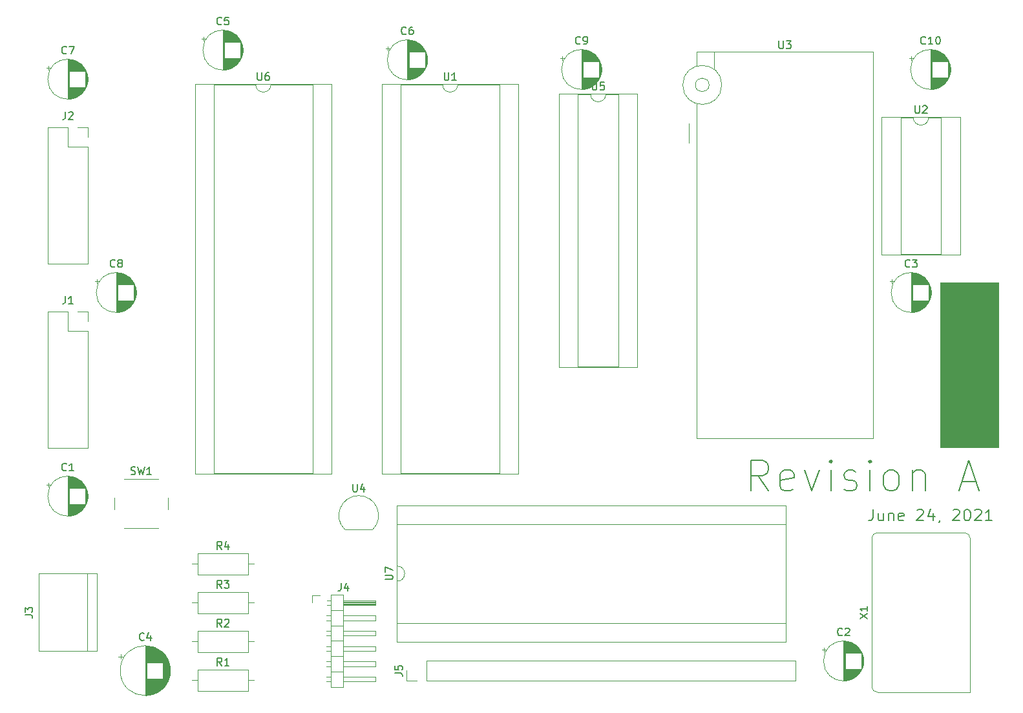
<source format=gbr>
%TF.GenerationSoftware,KiCad,Pcbnew,(5.1.10)-1*%
%TF.CreationDate,2021-06-24T21:47:08-07:00*%
%TF.ProjectId,6502helper,36353032-6865-46c7-9065-722e6b696361,rev?*%
%TF.SameCoordinates,Original*%
%TF.FileFunction,Legend,Top*%
%TF.FilePolarity,Positive*%
%FSLAX46Y46*%
G04 Gerber Fmt 4.6, Leading zero omitted, Abs format (unit mm)*
G04 Created by KiCad (PCBNEW (5.1.10)-1) date 2021-06-24 21:47:08*
%MOMM*%
%LPD*%
G01*
G04 APERTURE LIST*
%ADD10C,0.150000*%
%ADD11C,0.100000*%
%ADD12C,0.120000*%
G04 APERTURE END LIST*
D10*
X175308571Y-90618571D02*
X175308571Y-91690000D01*
X175237142Y-91904285D01*
X175094285Y-92047142D01*
X174880000Y-92118571D01*
X174737142Y-92118571D01*
X176665714Y-91118571D02*
X176665714Y-92118571D01*
X176022857Y-91118571D02*
X176022857Y-91904285D01*
X176094285Y-92047142D01*
X176237142Y-92118571D01*
X176451428Y-92118571D01*
X176594285Y-92047142D01*
X176665714Y-91975714D01*
X177380000Y-91118571D02*
X177380000Y-92118571D01*
X177380000Y-91261428D02*
X177451428Y-91190000D01*
X177594285Y-91118571D01*
X177808571Y-91118571D01*
X177951428Y-91190000D01*
X178022857Y-91332857D01*
X178022857Y-92118571D01*
X179308571Y-92047142D02*
X179165714Y-92118571D01*
X178880000Y-92118571D01*
X178737142Y-92047142D01*
X178665714Y-91904285D01*
X178665714Y-91332857D01*
X178737142Y-91190000D01*
X178880000Y-91118571D01*
X179165714Y-91118571D01*
X179308571Y-91190000D01*
X179380000Y-91332857D01*
X179380000Y-91475714D01*
X178665714Y-91618571D01*
X181094285Y-90761428D02*
X181165714Y-90690000D01*
X181308571Y-90618571D01*
X181665714Y-90618571D01*
X181808571Y-90690000D01*
X181880000Y-90761428D01*
X181951428Y-90904285D01*
X181951428Y-91047142D01*
X181880000Y-91261428D01*
X181022857Y-92118571D01*
X181951428Y-92118571D01*
X183237142Y-91118571D02*
X183237142Y-92118571D01*
X182880000Y-90547142D02*
X182522857Y-91618571D01*
X183451428Y-91618571D01*
X184094285Y-92047142D02*
X184094285Y-92118571D01*
X184022857Y-92261428D01*
X183951428Y-92332857D01*
X185808571Y-90761428D02*
X185880000Y-90690000D01*
X186022857Y-90618571D01*
X186380000Y-90618571D01*
X186522857Y-90690000D01*
X186594285Y-90761428D01*
X186665714Y-90904285D01*
X186665714Y-91047142D01*
X186594285Y-91261428D01*
X185737142Y-92118571D01*
X186665714Y-92118571D01*
X187594285Y-90618571D02*
X187737142Y-90618571D01*
X187880000Y-90690000D01*
X187951428Y-90761428D01*
X188022857Y-90904285D01*
X188094285Y-91190000D01*
X188094285Y-91547142D01*
X188022857Y-91832857D01*
X187951428Y-91975714D01*
X187880000Y-92047142D01*
X187737142Y-92118571D01*
X187594285Y-92118571D01*
X187451428Y-92047142D01*
X187380000Y-91975714D01*
X187308571Y-91832857D01*
X187237142Y-91547142D01*
X187237142Y-91190000D01*
X187308571Y-90904285D01*
X187380000Y-90761428D01*
X187451428Y-90690000D01*
X187594285Y-90618571D01*
X188665714Y-90761428D02*
X188737142Y-90690000D01*
X188880000Y-90618571D01*
X189237142Y-90618571D01*
X189380000Y-90690000D01*
X189451428Y-90761428D01*
X189522857Y-90904285D01*
X189522857Y-91047142D01*
X189451428Y-91261428D01*
X188594285Y-92118571D01*
X189522857Y-92118571D01*
X190951428Y-92118571D02*
X190094285Y-92118571D01*
X190522857Y-92118571D02*
X190522857Y-90618571D01*
X190380000Y-90832857D01*
X190237142Y-90975714D01*
X190094285Y-91047142D01*
D11*
G36*
X191770000Y-82550000D02*
G01*
X184150000Y-82550000D01*
X184150000Y-60960000D01*
X191770000Y-60960000D01*
X191770000Y-82550000D01*
G37*
X191770000Y-82550000D02*
X184150000Y-82550000D01*
X184150000Y-60960000D01*
X191770000Y-60960000D01*
X191770000Y-82550000D01*
D10*
X161609047Y-88169523D02*
X160275714Y-86264761D01*
X159323333Y-88169523D02*
X159323333Y-84169523D01*
X160847142Y-84169523D01*
X161228095Y-84360000D01*
X161418571Y-84550476D01*
X161609047Y-84931428D01*
X161609047Y-85502857D01*
X161418571Y-85883809D01*
X161228095Y-86074285D01*
X160847142Y-86264761D01*
X159323333Y-86264761D01*
X164847142Y-87979047D02*
X164466190Y-88169523D01*
X163704285Y-88169523D01*
X163323333Y-87979047D01*
X163132857Y-87598095D01*
X163132857Y-86074285D01*
X163323333Y-85693333D01*
X163704285Y-85502857D01*
X164466190Y-85502857D01*
X164847142Y-85693333D01*
X165037619Y-86074285D01*
X165037619Y-86455238D01*
X163132857Y-86836190D01*
X166370952Y-85502857D02*
X167323333Y-88169523D01*
X168275714Y-85502857D01*
X169799523Y-88169523D02*
X169799523Y-85502857D01*
X169799523Y-84169523D02*
X169609047Y-84360000D01*
X169799523Y-84550476D01*
X169990000Y-84360000D01*
X169799523Y-84169523D01*
X169799523Y-84550476D01*
X171513809Y-87979047D02*
X171894761Y-88169523D01*
X172656666Y-88169523D01*
X173037619Y-87979047D01*
X173228095Y-87598095D01*
X173228095Y-87407619D01*
X173037619Y-87026666D01*
X172656666Y-86836190D01*
X172085238Y-86836190D01*
X171704285Y-86645714D01*
X171513809Y-86264761D01*
X171513809Y-86074285D01*
X171704285Y-85693333D01*
X172085238Y-85502857D01*
X172656666Y-85502857D01*
X173037619Y-85693333D01*
X174942380Y-88169523D02*
X174942380Y-85502857D01*
X174942380Y-84169523D02*
X174751904Y-84360000D01*
X174942380Y-84550476D01*
X175132857Y-84360000D01*
X174942380Y-84169523D01*
X174942380Y-84550476D01*
X177418571Y-88169523D02*
X177037619Y-87979047D01*
X176847142Y-87788571D01*
X176656666Y-87407619D01*
X176656666Y-86264761D01*
X176847142Y-85883809D01*
X177037619Y-85693333D01*
X177418571Y-85502857D01*
X177990000Y-85502857D01*
X178370952Y-85693333D01*
X178561428Y-85883809D01*
X178751904Y-86264761D01*
X178751904Y-87407619D01*
X178561428Y-87788571D01*
X178370952Y-87979047D01*
X177990000Y-88169523D01*
X177418571Y-88169523D01*
X180466190Y-85502857D02*
X180466190Y-88169523D01*
X180466190Y-85883809D02*
X180656666Y-85693333D01*
X181037619Y-85502857D01*
X181609047Y-85502857D01*
X181990000Y-85693333D01*
X182180476Y-86074285D01*
X182180476Y-88169523D01*
X186942380Y-87026666D02*
X188847142Y-87026666D01*
X186561428Y-88169523D02*
X187894761Y-84169523D01*
X189228095Y-88169523D01*
D12*
%TO.C,U7*%
X112970000Y-98060000D02*
G75*
G02*
X112970000Y-100060000I0J-1000000D01*
G01*
X112970000Y-100060000D02*
X112970000Y-105520000D01*
X112970000Y-105520000D02*
X163890000Y-105520000D01*
X163890000Y-105520000D02*
X163890000Y-92600000D01*
X163890000Y-92600000D02*
X112970000Y-92600000D01*
X112970000Y-92600000D02*
X112970000Y-98060000D01*
X112910000Y-108010000D02*
X163950000Y-108010000D01*
X163950000Y-108010000D02*
X163950000Y-90110000D01*
X163950000Y-90110000D02*
X112910000Y-90110000D01*
X112910000Y-90110000D02*
X112910000Y-108010000D01*
%TO.C,U3*%
X155510000Y-35050000D02*
G75*
G03*
X155510000Y-35050000I-2550000J0D01*
G01*
X153860000Y-35050000D02*
G75*
G03*
X153860000Y-35050000I-900000J0D01*
G01*
X152230000Y-37500000D02*
X152230000Y-81340000D01*
X152230000Y-81340000D02*
X175330000Y-81340000D01*
X175330000Y-81340000D02*
X175330000Y-30740000D01*
X175330000Y-30740000D02*
X152230000Y-30740000D01*
X152230000Y-30740000D02*
X152230000Y-32600000D01*
X154510000Y-30740000D02*
X154510000Y-33000000D01*
X151210000Y-42670000D02*
X151210000Y-40130000D01*
%TO.C,R4*%
X86900000Y-96420000D02*
X86900000Y-99160000D01*
X86900000Y-99160000D02*
X93440000Y-99160000D01*
X93440000Y-99160000D02*
X93440000Y-96420000D01*
X93440000Y-96420000D02*
X86900000Y-96420000D01*
X86130000Y-97790000D02*
X86900000Y-97790000D01*
X94210000Y-97790000D02*
X93440000Y-97790000D01*
%TO.C,R3*%
X86900000Y-101500000D02*
X86900000Y-104240000D01*
X86900000Y-104240000D02*
X93440000Y-104240000D01*
X93440000Y-104240000D02*
X93440000Y-101500000D01*
X93440000Y-101500000D02*
X86900000Y-101500000D01*
X86130000Y-102870000D02*
X86900000Y-102870000D01*
X94210000Y-102870000D02*
X93440000Y-102870000D01*
%TO.C,J5*%
X165160000Y-113090000D02*
X165160000Y-110430000D01*
X116840000Y-113090000D02*
X165160000Y-113090000D01*
X116840000Y-110430000D02*
X165160000Y-110430000D01*
X116840000Y-113090000D02*
X116840000Y-110430000D01*
X115570000Y-113090000D02*
X114240000Y-113090000D01*
X114240000Y-113090000D02*
X114240000Y-111760000D01*
%TO.C,C4*%
X83260000Y-111760000D02*
G75*
G03*
X83260000Y-111760000I-3270000J0D01*
G01*
X79990000Y-108530000D02*
X79990000Y-114990000D01*
X80030000Y-108530000D02*
X80030000Y-114990000D01*
X80070000Y-108530000D02*
X80070000Y-114990000D01*
X80110000Y-108532000D02*
X80110000Y-114988000D01*
X80150000Y-108533000D02*
X80150000Y-114987000D01*
X80190000Y-108536000D02*
X80190000Y-114984000D01*
X80230000Y-108538000D02*
X80230000Y-110720000D01*
X80230000Y-112800000D02*
X80230000Y-114982000D01*
X80270000Y-108542000D02*
X80270000Y-110720000D01*
X80270000Y-112800000D02*
X80270000Y-114978000D01*
X80310000Y-108545000D02*
X80310000Y-110720000D01*
X80310000Y-112800000D02*
X80310000Y-114975000D01*
X80350000Y-108549000D02*
X80350000Y-110720000D01*
X80350000Y-112800000D02*
X80350000Y-114971000D01*
X80390000Y-108554000D02*
X80390000Y-110720000D01*
X80390000Y-112800000D02*
X80390000Y-114966000D01*
X80430000Y-108559000D02*
X80430000Y-110720000D01*
X80430000Y-112800000D02*
X80430000Y-114961000D01*
X80470000Y-108565000D02*
X80470000Y-110720000D01*
X80470000Y-112800000D02*
X80470000Y-114955000D01*
X80510000Y-108571000D02*
X80510000Y-110720000D01*
X80510000Y-112800000D02*
X80510000Y-114949000D01*
X80550000Y-108578000D02*
X80550000Y-110720000D01*
X80550000Y-112800000D02*
X80550000Y-114942000D01*
X80590000Y-108585000D02*
X80590000Y-110720000D01*
X80590000Y-112800000D02*
X80590000Y-114935000D01*
X80630000Y-108593000D02*
X80630000Y-110720000D01*
X80630000Y-112800000D02*
X80630000Y-114927000D01*
X80670000Y-108601000D02*
X80670000Y-110720000D01*
X80670000Y-112800000D02*
X80670000Y-114919000D01*
X80711000Y-108610000D02*
X80711000Y-110720000D01*
X80711000Y-112800000D02*
X80711000Y-114910000D01*
X80751000Y-108619000D02*
X80751000Y-110720000D01*
X80751000Y-112800000D02*
X80751000Y-114901000D01*
X80791000Y-108629000D02*
X80791000Y-110720000D01*
X80791000Y-112800000D02*
X80791000Y-114891000D01*
X80831000Y-108639000D02*
X80831000Y-110720000D01*
X80831000Y-112800000D02*
X80831000Y-114881000D01*
X80871000Y-108650000D02*
X80871000Y-110720000D01*
X80871000Y-112800000D02*
X80871000Y-114870000D01*
X80911000Y-108662000D02*
X80911000Y-110720000D01*
X80911000Y-112800000D02*
X80911000Y-114858000D01*
X80951000Y-108674000D02*
X80951000Y-110720000D01*
X80951000Y-112800000D02*
X80951000Y-114846000D01*
X80991000Y-108686000D02*
X80991000Y-110720000D01*
X80991000Y-112800000D02*
X80991000Y-114834000D01*
X81031000Y-108699000D02*
X81031000Y-110720000D01*
X81031000Y-112800000D02*
X81031000Y-114821000D01*
X81071000Y-108713000D02*
X81071000Y-110720000D01*
X81071000Y-112800000D02*
X81071000Y-114807000D01*
X81111000Y-108727000D02*
X81111000Y-110720000D01*
X81111000Y-112800000D02*
X81111000Y-114793000D01*
X81151000Y-108742000D02*
X81151000Y-110720000D01*
X81151000Y-112800000D02*
X81151000Y-114778000D01*
X81191000Y-108758000D02*
X81191000Y-110720000D01*
X81191000Y-112800000D02*
X81191000Y-114762000D01*
X81231000Y-108774000D02*
X81231000Y-110720000D01*
X81231000Y-112800000D02*
X81231000Y-114746000D01*
X81271000Y-108790000D02*
X81271000Y-110720000D01*
X81271000Y-112800000D02*
X81271000Y-114730000D01*
X81311000Y-108808000D02*
X81311000Y-110720000D01*
X81311000Y-112800000D02*
X81311000Y-114712000D01*
X81351000Y-108826000D02*
X81351000Y-110720000D01*
X81351000Y-112800000D02*
X81351000Y-114694000D01*
X81391000Y-108844000D02*
X81391000Y-110720000D01*
X81391000Y-112800000D02*
X81391000Y-114676000D01*
X81431000Y-108864000D02*
X81431000Y-110720000D01*
X81431000Y-112800000D02*
X81431000Y-114656000D01*
X81471000Y-108884000D02*
X81471000Y-110720000D01*
X81471000Y-112800000D02*
X81471000Y-114636000D01*
X81511000Y-108904000D02*
X81511000Y-110720000D01*
X81511000Y-112800000D02*
X81511000Y-114616000D01*
X81551000Y-108926000D02*
X81551000Y-110720000D01*
X81551000Y-112800000D02*
X81551000Y-114594000D01*
X81591000Y-108948000D02*
X81591000Y-110720000D01*
X81591000Y-112800000D02*
X81591000Y-114572000D01*
X81631000Y-108970000D02*
X81631000Y-110720000D01*
X81631000Y-112800000D02*
X81631000Y-114550000D01*
X81671000Y-108994000D02*
X81671000Y-110720000D01*
X81671000Y-112800000D02*
X81671000Y-114526000D01*
X81711000Y-109018000D02*
X81711000Y-110720000D01*
X81711000Y-112800000D02*
X81711000Y-114502000D01*
X81751000Y-109044000D02*
X81751000Y-110720000D01*
X81751000Y-112800000D02*
X81751000Y-114476000D01*
X81791000Y-109070000D02*
X81791000Y-110720000D01*
X81791000Y-112800000D02*
X81791000Y-114450000D01*
X81831000Y-109096000D02*
X81831000Y-110720000D01*
X81831000Y-112800000D02*
X81831000Y-114424000D01*
X81871000Y-109124000D02*
X81871000Y-110720000D01*
X81871000Y-112800000D02*
X81871000Y-114396000D01*
X81911000Y-109153000D02*
X81911000Y-110720000D01*
X81911000Y-112800000D02*
X81911000Y-114367000D01*
X81951000Y-109182000D02*
X81951000Y-110720000D01*
X81951000Y-112800000D02*
X81951000Y-114338000D01*
X81991000Y-109212000D02*
X81991000Y-110720000D01*
X81991000Y-112800000D02*
X81991000Y-114308000D01*
X82031000Y-109244000D02*
X82031000Y-110720000D01*
X82031000Y-112800000D02*
X82031000Y-114276000D01*
X82071000Y-109276000D02*
X82071000Y-110720000D01*
X82071000Y-112800000D02*
X82071000Y-114244000D01*
X82111000Y-109310000D02*
X82111000Y-110720000D01*
X82111000Y-112800000D02*
X82111000Y-114210000D01*
X82151000Y-109344000D02*
X82151000Y-110720000D01*
X82151000Y-112800000D02*
X82151000Y-114176000D01*
X82191000Y-109380000D02*
X82191000Y-110720000D01*
X82191000Y-112800000D02*
X82191000Y-114140000D01*
X82231000Y-109417000D02*
X82231000Y-110720000D01*
X82231000Y-112800000D02*
X82231000Y-114103000D01*
X82271000Y-109455000D02*
X82271000Y-110720000D01*
X82271000Y-112800000D02*
X82271000Y-114065000D01*
X82311000Y-109495000D02*
X82311000Y-114025000D01*
X82351000Y-109536000D02*
X82351000Y-113984000D01*
X82391000Y-109578000D02*
X82391000Y-113942000D01*
X82431000Y-109623000D02*
X82431000Y-113897000D01*
X82471000Y-109668000D02*
X82471000Y-113852000D01*
X82511000Y-109716000D02*
X82511000Y-113804000D01*
X82551000Y-109765000D02*
X82551000Y-113755000D01*
X82591000Y-109816000D02*
X82591000Y-113704000D01*
X82631000Y-109870000D02*
X82631000Y-113650000D01*
X82671000Y-109926000D02*
X82671000Y-113594000D01*
X82711000Y-109984000D02*
X82711000Y-113536000D01*
X82751000Y-110046000D02*
X82751000Y-113474000D01*
X82791000Y-110110000D02*
X82791000Y-113410000D01*
X82831000Y-110179000D02*
X82831000Y-113341000D01*
X82871000Y-110251000D02*
X82871000Y-113269000D01*
X82911000Y-110328000D02*
X82911000Y-113192000D01*
X82951000Y-110410000D02*
X82951000Y-113110000D01*
X82991000Y-110498000D02*
X82991000Y-113022000D01*
X83031000Y-110595000D02*
X83031000Y-112925000D01*
X83071000Y-110701000D02*
X83071000Y-112819000D01*
X83111000Y-110820000D02*
X83111000Y-112700000D01*
X83151000Y-110958000D02*
X83151000Y-112562000D01*
X83191000Y-111127000D02*
X83191000Y-112393000D01*
X83231000Y-111358000D02*
X83231000Y-112162000D01*
X76489759Y-109921000D02*
X77119759Y-109921000D01*
X76804759Y-109606000D02*
X76804759Y-110236000D01*
%TO.C,X1*%
X188060000Y-114590000D02*
X188060000Y-94440000D01*
X187310000Y-93690000D02*
X175910000Y-93690000D01*
X175160000Y-94440000D02*
X175160000Y-113840000D01*
X175910000Y-114590000D02*
X188060000Y-114590000D01*
X175160000Y-113840000D02*
G75*
G03*
X175910000Y-114590000I750000J0D01*
G01*
X175910000Y-93690000D02*
G75*
G03*
X175160000Y-94440000I0J-750000D01*
G01*
X188060000Y-94440000D02*
G75*
G03*
X187310000Y-93690000I-750000J0D01*
G01*
%TO.C,U6*%
X104400000Y-34930000D02*
X86500000Y-34930000D01*
X104400000Y-85970000D02*
X104400000Y-34930000D01*
X86500000Y-85970000D02*
X104400000Y-85970000D01*
X86500000Y-34930000D02*
X86500000Y-85970000D01*
X101910000Y-34990000D02*
X96450000Y-34990000D01*
X101910000Y-85910000D02*
X101910000Y-34990000D01*
X88990000Y-85910000D02*
X101910000Y-85910000D01*
X88990000Y-34990000D02*
X88990000Y-85910000D01*
X94450000Y-34990000D02*
X88990000Y-34990000D01*
X96450000Y-34990000D02*
G75*
G02*
X94450000Y-34990000I-1000000J0D01*
G01*
%TO.C,U5*%
X144470000Y-36200000D02*
X134190000Y-36200000D01*
X144470000Y-72000000D02*
X144470000Y-36200000D01*
X134190000Y-72000000D02*
X144470000Y-72000000D01*
X134190000Y-36200000D02*
X134190000Y-72000000D01*
X141980000Y-36260000D02*
X140330000Y-36260000D01*
X141980000Y-71940000D02*
X141980000Y-36260000D01*
X136680000Y-71940000D02*
X141980000Y-71940000D01*
X136680000Y-36260000D02*
X136680000Y-71940000D01*
X138330000Y-36260000D02*
X136680000Y-36260000D01*
X140330000Y-36260000D02*
G75*
G02*
X138330000Y-36260000I-1000000J0D01*
G01*
%TO.C,U4*%
X106150000Y-93290000D02*
X109750000Y-93290000D01*
X109788478Y-93278478D02*
G75*
G03*
X107950000Y-88840000I-1838478J1838478D01*
G01*
X106111522Y-93278478D02*
G75*
G02*
X107950000Y-88840000I1838478J1838478D01*
G01*
%TO.C,U2*%
X186750000Y-39250000D02*
X176470000Y-39250000D01*
X186750000Y-57270000D02*
X186750000Y-39250000D01*
X176470000Y-57270000D02*
X186750000Y-57270000D01*
X176470000Y-39250000D02*
X176470000Y-57270000D01*
X184260000Y-39310000D02*
X182610000Y-39310000D01*
X184260000Y-57210000D02*
X184260000Y-39310000D01*
X178960000Y-57210000D02*
X184260000Y-57210000D01*
X178960000Y-39310000D02*
X178960000Y-57210000D01*
X180610000Y-39310000D02*
X178960000Y-39310000D01*
X182610000Y-39310000D02*
G75*
G02*
X180610000Y-39310000I-1000000J0D01*
G01*
%TO.C,U1*%
X128880000Y-34930000D02*
X110980000Y-34930000D01*
X128880000Y-85970000D02*
X128880000Y-34930000D01*
X110980000Y-85970000D02*
X128880000Y-85970000D01*
X110980000Y-34930000D02*
X110980000Y-85970000D01*
X126390000Y-34990000D02*
X120930000Y-34990000D01*
X126390000Y-85910000D02*
X126390000Y-34990000D01*
X113470000Y-85910000D02*
X126390000Y-85910000D01*
X113470000Y-34990000D02*
X113470000Y-85910000D01*
X118930000Y-34990000D02*
X113470000Y-34990000D01*
X120930000Y-34990000D02*
G75*
G02*
X118930000Y-34990000I-1000000J0D01*
G01*
%TO.C,SW1*%
X82950000Y-90630000D02*
X82950000Y-89130000D01*
X81700000Y-86630000D02*
X77200000Y-86630000D01*
X75950000Y-89130000D02*
X75950000Y-90630000D01*
X77200000Y-93130000D02*
X81700000Y-93130000D01*
%TO.C,R2*%
X94210000Y-107950000D02*
X93440000Y-107950000D01*
X86130000Y-107950000D02*
X86900000Y-107950000D01*
X93440000Y-106580000D02*
X86900000Y-106580000D01*
X93440000Y-109320000D02*
X93440000Y-106580000D01*
X86900000Y-109320000D02*
X93440000Y-109320000D01*
X86900000Y-106580000D02*
X86900000Y-109320000D01*
%TO.C,R1*%
X94210000Y-113030000D02*
X93440000Y-113030000D01*
X86130000Y-113030000D02*
X86900000Y-113030000D01*
X93440000Y-111660000D02*
X86900000Y-111660000D01*
X93440000Y-114400000D02*
X93440000Y-111660000D01*
X86900000Y-114400000D02*
X93440000Y-114400000D01*
X86900000Y-111660000D02*
X86900000Y-114400000D01*
%TO.C,J4*%
X101870000Y-101870000D02*
X102870000Y-101870000D01*
X101870000Y-102870000D02*
X101870000Y-101870000D01*
X103752114Y-113180000D02*
X104310000Y-113180000D01*
X103752114Y-112560000D02*
X104310000Y-112560000D01*
X110130000Y-113180000D02*
X105930000Y-113180000D01*
X110130000Y-112560000D02*
X110130000Y-113180000D01*
X105930000Y-112560000D02*
X110130000Y-112560000D01*
X104310000Y-111870000D02*
X105930000Y-111870000D01*
X103752114Y-111180000D02*
X104310000Y-111180000D01*
X103752114Y-110560000D02*
X104310000Y-110560000D01*
X110130000Y-111180000D02*
X105930000Y-111180000D01*
X110130000Y-110560000D02*
X110130000Y-111180000D01*
X105930000Y-110560000D02*
X110130000Y-110560000D01*
X104310000Y-109870000D02*
X105930000Y-109870000D01*
X103752114Y-109180000D02*
X104310000Y-109180000D01*
X103752114Y-108560000D02*
X104310000Y-108560000D01*
X110130000Y-109180000D02*
X105930000Y-109180000D01*
X110130000Y-108560000D02*
X110130000Y-109180000D01*
X105930000Y-108560000D02*
X110130000Y-108560000D01*
X104310000Y-107870000D02*
X105930000Y-107870000D01*
X103752114Y-107180000D02*
X104310000Y-107180000D01*
X103752114Y-106560000D02*
X104310000Y-106560000D01*
X110130000Y-107180000D02*
X105930000Y-107180000D01*
X110130000Y-106560000D02*
X110130000Y-107180000D01*
X105930000Y-106560000D02*
X110130000Y-106560000D01*
X104310000Y-105870000D02*
X105930000Y-105870000D01*
X103752114Y-105180000D02*
X104310000Y-105180000D01*
X103752114Y-104560000D02*
X104310000Y-104560000D01*
X110130000Y-105180000D02*
X105930000Y-105180000D01*
X110130000Y-104560000D02*
X110130000Y-105180000D01*
X105930000Y-104560000D02*
X110130000Y-104560000D01*
X104310000Y-103870000D02*
X105930000Y-103870000D01*
X103805000Y-103180000D02*
X104310000Y-103180000D01*
X103805000Y-102560000D02*
X104310000Y-102560000D01*
X105930000Y-103100000D02*
X110130000Y-103100000D01*
X105930000Y-102980000D02*
X110130000Y-102980000D01*
X105930000Y-102860000D02*
X110130000Y-102860000D01*
X105930000Y-102740000D02*
X110130000Y-102740000D01*
X105930000Y-102620000D02*
X110130000Y-102620000D01*
X110130000Y-103180000D02*
X105930000Y-103180000D01*
X110130000Y-102560000D02*
X110130000Y-103180000D01*
X105930000Y-102560000D02*
X110130000Y-102560000D01*
X105930000Y-101810000D02*
X104310000Y-101810000D01*
X105930000Y-113930000D02*
X105930000Y-101810000D01*
X104310000Y-113930000D02*
X105930000Y-113930000D01*
X104310000Y-101810000D02*
X104310000Y-113930000D01*
%TO.C,J3*%
X73660000Y-109220000D02*
X73660000Y-99060000D01*
X66040000Y-109220000D02*
X73660000Y-109220000D01*
X66040000Y-99060000D02*
X66040000Y-109220000D01*
X73660000Y-99060000D02*
X66040000Y-99060000D01*
X72390000Y-99060000D02*
X72390000Y-109220000D01*
%TO.C,J2*%
X71120000Y-40580000D02*
X72450000Y-40580000D01*
X72450000Y-40580000D02*
X72450000Y-41910000D01*
X69850000Y-40580000D02*
X69850000Y-43180000D01*
X69850000Y-43180000D02*
X72450000Y-43180000D01*
X72450000Y-43180000D02*
X72450000Y-58480000D01*
X67250000Y-58480000D02*
X72450000Y-58480000D01*
X67250000Y-40580000D02*
X67250000Y-58480000D01*
X67250000Y-40580000D02*
X69850000Y-40580000D01*
%TO.C,J1*%
X71120000Y-64710000D02*
X72450000Y-64710000D01*
X72450000Y-64710000D02*
X72450000Y-66040000D01*
X69850000Y-64710000D02*
X69850000Y-67310000D01*
X69850000Y-67310000D02*
X72450000Y-67310000D01*
X72450000Y-67310000D02*
X72450000Y-82610000D01*
X67250000Y-82610000D02*
X72450000Y-82610000D01*
X67250000Y-64710000D02*
X67250000Y-82610000D01*
X67250000Y-64710000D02*
X69850000Y-64710000D01*
%TO.C,C10*%
X180305225Y-31295000D02*
X180305225Y-31795000D01*
X180055225Y-31545000D02*
X180555225Y-31545000D01*
X185461000Y-32736000D02*
X185461000Y-33304000D01*
X185421000Y-32502000D02*
X185421000Y-33538000D01*
X185381000Y-32343000D02*
X185381000Y-33697000D01*
X185341000Y-32215000D02*
X185341000Y-33825000D01*
X185301000Y-32105000D02*
X185301000Y-33935000D01*
X185261000Y-32009000D02*
X185261000Y-34031000D01*
X185221000Y-31922000D02*
X185221000Y-34118000D01*
X185181000Y-31842000D02*
X185181000Y-34198000D01*
X185141000Y-34060000D02*
X185141000Y-34271000D01*
X185141000Y-31769000D02*
X185141000Y-31980000D01*
X185101000Y-34060000D02*
X185101000Y-34339000D01*
X185101000Y-31701000D02*
X185101000Y-31980000D01*
X185061000Y-34060000D02*
X185061000Y-34403000D01*
X185061000Y-31637000D02*
X185061000Y-31980000D01*
X185021000Y-34060000D02*
X185021000Y-34463000D01*
X185021000Y-31577000D02*
X185021000Y-31980000D01*
X184981000Y-34060000D02*
X184981000Y-34520000D01*
X184981000Y-31520000D02*
X184981000Y-31980000D01*
X184941000Y-34060000D02*
X184941000Y-34574000D01*
X184941000Y-31466000D02*
X184941000Y-31980000D01*
X184901000Y-34060000D02*
X184901000Y-34625000D01*
X184901000Y-31415000D02*
X184901000Y-31980000D01*
X184861000Y-34060000D02*
X184861000Y-34673000D01*
X184861000Y-31367000D02*
X184861000Y-31980000D01*
X184821000Y-34060000D02*
X184821000Y-34719000D01*
X184821000Y-31321000D02*
X184821000Y-31980000D01*
X184781000Y-34060000D02*
X184781000Y-34763000D01*
X184781000Y-31277000D02*
X184781000Y-31980000D01*
X184741000Y-34060000D02*
X184741000Y-34805000D01*
X184741000Y-31235000D02*
X184741000Y-31980000D01*
X184701000Y-34060000D02*
X184701000Y-34846000D01*
X184701000Y-31194000D02*
X184701000Y-31980000D01*
X184661000Y-34060000D02*
X184661000Y-34884000D01*
X184661000Y-31156000D02*
X184661000Y-31980000D01*
X184621000Y-34060000D02*
X184621000Y-34921000D01*
X184621000Y-31119000D02*
X184621000Y-31980000D01*
X184581000Y-34060000D02*
X184581000Y-34957000D01*
X184581000Y-31083000D02*
X184581000Y-31980000D01*
X184541000Y-34060000D02*
X184541000Y-34991000D01*
X184541000Y-31049000D02*
X184541000Y-31980000D01*
X184501000Y-34060000D02*
X184501000Y-35024000D01*
X184501000Y-31016000D02*
X184501000Y-31980000D01*
X184461000Y-34060000D02*
X184461000Y-35055000D01*
X184461000Y-30985000D02*
X184461000Y-31980000D01*
X184421000Y-34060000D02*
X184421000Y-35085000D01*
X184421000Y-30955000D02*
X184421000Y-31980000D01*
X184381000Y-34060000D02*
X184381000Y-35115000D01*
X184381000Y-30925000D02*
X184381000Y-31980000D01*
X184341000Y-34060000D02*
X184341000Y-35142000D01*
X184341000Y-30898000D02*
X184341000Y-31980000D01*
X184301000Y-34060000D02*
X184301000Y-35169000D01*
X184301000Y-30871000D02*
X184301000Y-31980000D01*
X184261000Y-34060000D02*
X184261000Y-35195000D01*
X184261000Y-30845000D02*
X184261000Y-31980000D01*
X184221000Y-34060000D02*
X184221000Y-35220000D01*
X184221000Y-30820000D02*
X184221000Y-31980000D01*
X184181000Y-34060000D02*
X184181000Y-35244000D01*
X184181000Y-30796000D02*
X184181000Y-31980000D01*
X184141000Y-34060000D02*
X184141000Y-35267000D01*
X184141000Y-30773000D02*
X184141000Y-31980000D01*
X184101000Y-34060000D02*
X184101000Y-35288000D01*
X184101000Y-30752000D02*
X184101000Y-31980000D01*
X184061000Y-34060000D02*
X184061000Y-35310000D01*
X184061000Y-30730000D02*
X184061000Y-31980000D01*
X184021000Y-34060000D02*
X184021000Y-35330000D01*
X184021000Y-30710000D02*
X184021000Y-31980000D01*
X183981000Y-34060000D02*
X183981000Y-35349000D01*
X183981000Y-30691000D02*
X183981000Y-31980000D01*
X183941000Y-34060000D02*
X183941000Y-35368000D01*
X183941000Y-30672000D02*
X183941000Y-31980000D01*
X183901000Y-34060000D02*
X183901000Y-35385000D01*
X183901000Y-30655000D02*
X183901000Y-31980000D01*
X183861000Y-34060000D02*
X183861000Y-35402000D01*
X183861000Y-30638000D02*
X183861000Y-31980000D01*
X183821000Y-34060000D02*
X183821000Y-35418000D01*
X183821000Y-30622000D02*
X183821000Y-31980000D01*
X183781000Y-34060000D02*
X183781000Y-35434000D01*
X183781000Y-30606000D02*
X183781000Y-31980000D01*
X183741000Y-34060000D02*
X183741000Y-35448000D01*
X183741000Y-30592000D02*
X183741000Y-31980000D01*
X183701000Y-34060000D02*
X183701000Y-35462000D01*
X183701000Y-30578000D02*
X183701000Y-31980000D01*
X183661000Y-34060000D02*
X183661000Y-35475000D01*
X183661000Y-30565000D02*
X183661000Y-31980000D01*
X183621000Y-34060000D02*
X183621000Y-35488000D01*
X183621000Y-30552000D02*
X183621000Y-31980000D01*
X183581000Y-34060000D02*
X183581000Y-35500000D01*
X183581000Y-30540000D02*
X183581000Y-31980000D01*
X183540000Y-34060000D02*
X183540000Y-35511000D01*
X183540000Y-30529000D02*
X183540000Y-31980000D01*
X183500000Y-34060000D02*
X183500000Y-35521000D01*
X183500000Y-30519000D02*
X183500000Y-31980000D01*
X183460000Y-34060000D02*
X183460000Y-35531000D01*
X183460000Y-30509000D02*
X183460000Y-31980000D01*
X183420000Y-34060000D02*
X183420000Y-35540000D01*
X183420000Y-30500000D02*
X183420000Y-31980000D01*
X183380000Y-34060000D02*
X183380000Y-35548000D01*
X183380000Y-30492000D02*
X183380000Y-31980000D01*
X183340000Y-34060000D02*
X183340000Y-35556000D01*
X183340000Y-30484000D02*
X183340000Y-31980000D01*
X183300000Y-34060000D02*
X183300000Y-35563000D01*
X183300000Y-30477000D02*
X183300000Y-31980000D01*
X183260000Y-34060000D02*
X183260000Y-35570000D01*
X183260000Y-30470000D02*
X183260000Y-31980000D01*
X183220000Y-34060000D02*
X183220000Y-35576000D01*
X183220000Y-30464000D02*
X183220000Y-31980000D01*
X183180000Y-34060000D02*
X183180000Y-35581000D01*
X183180000Y-30459000D02*
X183180000Y-31980000D01*
X183140000Y-34060000D02*
X183140000Y-35585000D01*
X183140000Y-30455000D02*
X183140000Y-31980000D01*
X183100000Y-34060000D02*
X183100000Y-35589000D01*
X183100000Y-30451000D02*
X183100000Y-31980000D01*
X183060000Y-30447000D02*
X183060000Y-35593000D01*
X183020000Y-30444000D02*
X183020000Y-35596000D01*
X182980000Y-30442000D02*
X182980000Y-35598000D01*
X182940000Y-30441000D02*
X182940000Y-35599000D01*
X182900000Y-30440000D02*
X182900000Y-35600000D01*
X182860000Y-30440000D02*
X182860000Y-35600000D01*
X185480000Y-33020000D02*
G75*
G03*
X185480000Y-33020000I-2620000J0D01*
G01*
%TO.C,C9*%
X134585225Y-31295000D02*
X134585225Y-31795000D01*
X134335225Y-31545000D02*
X134835225Y-31545000D01*
X139741000Y-32736000D02*
X139741000Y-33304000D01*
X139701000Y-32502000D02*
X139701000Y-33538000D01*
X139661000Y-32343000D02*
X139661000Y-33697000D01*
X139621000Y-32215000D02*
X139621000Y-33825000D01*
X139581000Y-32105000D02*
X139581000Y-33935000D01*
X139541000Y-32009000D02*
X139541000Y-34031000D01*
X139501000Y-31922000D02*
X139501000Y-34118000D01*
X139461000Y-31842000D02*
X139461000Y-34198000D01*
X139421000Y-34060000D02*
X139421000Y-34271000D01*
X139421000Y-31769000D02*
X139421000Y-31980000D01*
X139381000Y-34060000D02*
X139381000Y-34339000D01*
X139381000Y-31701000D02*
X139381000Y-31980000D01*
X139341000Y-34060000D02*
X139341000Y-34403000D01*
X139341000Y-31637000D02*
X139341000Y-31980000D01*
X139301000Y-34060000D02*
X139301000Y-34463000D01*
X139301000Y-31577000D02*
X139301000Y-31980000D01*
X139261000Y-34060000D02*
X139261000Y-34520000D01*
X139261000Y-31520000D02*
X139261000Y-31980000D01*
X139221000Y-34060000D02*
X139221000Y-34574000D01*
X139221000Y-31466000D02*
X139221000Y-31980000D01*
X139181000Y-34060000D02*
X139181000Y-34625000D01*
X139181000Y-31415000D02*
X139181000Y-31980000D01*
X139141000Y-34060000D02*
X139141000Y-34673000D01*
X139141000Y-31367000D02*
X139141000Y-31980000D01*
X139101000Y-34060000D02*
X139101000Y-34719000D01*
X139101000Y-31321000D02*
X139101000Y-31980000D01*
X139061000Y-34060000D02*
X139061000Y-34763000D01*
X139061000Y-31277000D02*
X139061000Y-31980000D01*
X139021000Y-34060000D02*
X139021000Y-34805000D01*
X139021000Y-31235000D02*
X139021000Y-31980000D01*
X138981000Y-34060000D02*
X138981000Y-34846000D01*
X138981000Y-31194000D02*
X138981000Y-31980000D01*
X138941000Y-34060000D02*
X138941000Y-34884000D01*
X138941000Y-31156000D02*
X138941000Y-31980000D01*
X138901000Y-34060000D02*
X138901000Y-34921000D01*
X138901000Y-31119000D02*
X138901000Y-31980000D01*
X138861000Y-34060000D02*
X138861000Y-34957000D01*
X138861000Y-31083000D02*
X138861000Y-31980000D01*
X138821000Y-34060000D02*
X138821000Y-34991000D01*
X138821000Y-31049000D02*
X138821000Y-31980000D01*
X138781000Y-34060000D02*
X138781000Y-35024000D01*
X138781000Y-31016000D02*
X138781000Y-31980000D01*
X138741000Y-34060000D02*
X138741000Y-35055000D01*
X138741000Y-30985000D02*
X138741000Y-31980000D01*
X138701000Y-34060000D02*
X138701000Y-35085000D01*
X138701000Y-30955000D02*
X138701000Y-31980000D01*
X138661000Y-34060000D02*
X138661000Y-35115000D01*
X138661000Y-30925000D02*
X138661000Y-31980000D01*
X138621000Y-34060000D02*
X138621000Y-35142000D01*
X138621000Y-30898000D02*
X138621000Y-31980000D01*
X138581000Y-34060000D02*
X138581000Y-35169000D01*
X138581000Y-30871000D02*
X138581000Y-31980000D01*
X138541000Y-34060000D02*
X138541000Y-35195000D01*
X138541000Y-30845000D02*
X138541000Y-31980000D01*
X138501000Y-34060000D02*
X138501000Y-35220000D01*
X138501000Y-30820000D02*
X138501000Y-31980000D01*
X138461000Y-34060000D02*
X138461000Y-35244000D01*
X138461000Y-30796000D02*
X138461000Y-31980000D01*
X138421000Y-34060000D02*
X138421000Y-35267000D01*
X138421000Y-30773000D02*
X138421000Y-31980000D01*
X138381000Y-34060000D02*
X138381000Y-35288000D01*
X138381000Y-30752000D02*
X138381000Y-31980000D01*
X138341000Y-34060000D02*
X138341000Y-35310000D01*
X138341000Y-30730000D02*
X138341000Y-31980000D01*
X138301000Y-34060000D02*
X138301000Y-35330000D01*
X138301000Y-30710000D02*
X138301000Y-31980000D01*
X138261000Y-34060000D02*
X138261000Y-35349000D01*
X138261000Y-30691000D02*
X138261000Y-31980000D01*
X138221000Y-34060000D02*
X138221000Y-35368000D01*
X138221000Y-30672000D02*
X138221000Y-31980000D01*
X138181000Y-34060000D02*
X138181000Y-35385000D01*
X138181000Y-30655000D02*
X138181000Y-31980000D01*
X138141000Y-34060000D02*
X138141000Y-35402000D01*
X138141000Y-30638000D02*
X138141000Y-31980000D01*
X138101000Y-34060000D02*
X138101000Y-35418000D01*
X138101000Y-30622000D02*
X138101000Y-31980000D01*
X138061000Y-34060000D02*
X138061000Y-35434000D01*
X138061000Y-30606000D02*
X138061000Y-31980000D01*
X138021000Y-34060000D02*
X138021000Y-35448000D01*
X138021000Y-30592000D02*
X138021000Y-31980000D01*
X137981000Y-34060000D02*
X137981000Y-35462000D01*
X137981000Y-30578000D02*
X137981000Y-31980000D01*
X137941000Y-34060000D02*
X137941000Y-35475000D01*
X137941000Y-30565000D02*
X137941000Y-31980000D01*
X137901000Y-34060000D02*
X137901000Y-35488000D01*
X137901000Y-30552000D02*
X137901000Y-31980000D01*
X137861000Y-34060000D02*
X137861000Y-35500000D01*
X137861000Y-30540000D02*
X137861000Y-31980000D01*
X137820000Y-34060000D02*
X137820000Y-35511000D01*
X137820000Y-30529000D02*
X137820000Y-31980000D01*
X137780000Y-34060000D02*
X137780000Y-35521000D01*
X137780000Y-30519000D02*
X137780000Y-31980000D01*
X137740000Y-34060000D02*
X137740000Y-35531000D01*
X137740000Y-30509000D02*
X137740000Y-31980000D01*
X137700000Y-34060000D02*
X137700000Y-35540000D01*
X137700000Y-30500000D02*
X137700000Y-31980000D01*
X137660000Y-34060000D02*
X137660000Y-35548000D01*
X137660000Y-30492000D02*
X137660000Y-31980000D01*
X137620000Y-34060000D02*
X137620000Y-35556000D01*
X137620000Y-30484000D02*
X137620000Y-31980000D01*
X137580000Y-34060000D02*
X137580000Y-35563000D01*
X137580000Y-30477000D02*
X137580000Y-31980000D01*
X137540000Y-34060000D02*
X137540000Y-35570000D01*
X137540000Y-30470000D02*
X137540000Y-31980000D01*
X137500000Y-34060000D02*
X137500000Y-35576000D01*
X137500000Y-30464000D02*
X137500000Y-31980000D01*
X137460000Y-34060000D02*
X137460000Y-35581000D01*
X137460000Y-30459000D02*
X137460000Y-31980000D01*
X137420000Y-34060000D02*
X137420000Y-35585000D01*
X137420000Y-30455000D02*
X137420000Y-31980000D01*
X137380000Y-34060000D02*
X137380000Y-35589000D01*
X137380000Y-30451000D02*
X137380000Y-31980000D01*
X137340000Y-30447000D02*
X137340000Y-35593000D01*
X137300000Y-30444000D02*
X137300000Y-35596000D01*
X137260000Y-30442000D02*
X137260000Y-35598000D01*
X137220000Y-30441000D02*
X137220000Y-35599000D01*
X137180000Y-30440000D02*
X137180000Y-35600000D01*
X137140000Y-30440000D02*
X137140000Y-35600000D01*
X139760000Y-33020000D02*
G75*
G03*
X139760000Y-33020000I-2620000J0D01*
G01*
%TO.C,C8*%
X73625225Y-60505000D02*
X73625225Y-61005000D01*
X73375225Y-60755000D02*
X73875225Y-60755000D01*
X78781000Y-61946000D02*
X78781000Y-62514000D01*
X78741000Y-61712000D02*
X78741000Y-62748000D01*
X78701000Y-61553000D02*
X78701000Y-62907000D01*
X78661000Y-61425000D02*
X78661000Y-63035000D01*
X78621000Y-61315000D02*
X78621000Y-63145000D01*
X78581000Y-61219000D02*
X78581000Y-63241000D01*
X78541000Y-61132000D02*
X78541000Y-63328000D01*
X78501000Y-61052000D02*
X78501000Y-63408000D01*
X78461000Y-63270000D02*
X78461000Y-63481000D01*
X78461000Y-60979000D02*
X78461000Y-61190000D01*
X78421000Y-63270000D02*
X78421000Y-63549000D01*
X78421000Y-60911000D02*
X78421000Y-61190000D01*
X78381000Y-63270000D02*
X78381000Y-63613000D01*
X78381000Y-60847000D02*
X78381000Y-61190000D01*
X78341000Y-63270000D02*
X78341000Y-63673000D01*
X78341000Y-60787000D02*
X78341000Y-61190000D01*
X78301000Y-63270000D02*
X78301000Y-63730000D01*
X78301000Y-60730000D02*
X78301000Y-61190000D01*
X78261000Y-63270000D02*
X78261000Y-63784000D01*
X78261000Y-60676000D02*
X78261000Y-61190000D01*
X78221000Y-63270000D02*
X78221000Y-63835000D01*
X78221000Y-60625000D02*
X78221000Y-61190000D01*
X78181000Y-63270000D02*
X78181000Y-63883000D01*
X78181000Y-60577000D02*
X78181000Y-61190000D01*
X78141000Y-63270000D02*
X78141000Y-63929000D01*
X78141000Y-60531000D02*
X78141000Y-61190000D01*
X78101000Y-63270000D02*
X78101000Y-63973000D01*
X78101000Y-60487000D02*
X78101000Y-61190000D01*
X78061000Y-63270000D02*
X78061000Y-64015000D01*
X78061000Y-60445000D02*
X78061000Y-61190000D01*
X78021000Y-63270000D02*
X78021000Y-64056000D01*
X78021000Y-60404000D02*
X78021000Y-61190000D01*
X77981000Y-63270000D02*
X77981000Y-64094000D01*
X77981000Y-60366000D02*
X77981000Y-61190000D01*
X77941000Y-63270000D02*
X77941000Y-64131000D01*
X77941000Y-60329000D02*
X77941000Y-61190000D01*
X77901000Y-63270000D02*
X77901000Y-64167000D01*
X77901000Y-60293000D02*
X77901000Y-61190000D01*
X77861000Y-63270000D02*
X77861000Y-64201000D01*
X77861000Y-60259000D02*
X77861000Y-61190000D01*
X77821000Y-63270000D02*
X77821000Y-64234000D01*
X77821000Y-60226000D02*
X77821000Y-61190000D01*
X77781000Y-63270000D02*
X77781000Y-64265000D01*
X77781000Y-60195000D02*
X77781000Y-61190000D01*
X77741000Y-63270000D02*
X77741000Y-64295000D01*
X77741000Y-60165000D02*
X77741000Y-61190000D01*
X77701000Y-63270000D02*
X77701000Y-64325000D01*
X77701000Y-60135000D02*
X77701000Y-61190000D01*
X77661000Y-63270000D02*
X77661000Y-64352000D01*
X77661000Y-60108000D02*
X77661000Y-61190000D01*
X77621000Y-63270000D02*
X77621000Y-64379000D01*
X77621000Y-60081000D02*
X77621000Y-61190000D01*
X77581000Y-63270000D02*
X77581000Y-64405000D01*
X77581000Y-60055000D02*
X77581000Y-61190000D01*
X77541000Y-63270000D02*
X77541000Y-64430000D01*
X77541000Y-60030000D02*
X77541000Y-61190000D01*
X77501000Y-63270000D02*
X77501000Y-64454000D01*
X77501000Y-60006000D02*
X77501000Y-61190000D01*
X77461000Y-63270000D02*
X77461000Y-64477000D01*
X77461000Y-59983000D02*
X77461000Y-61190000D01*
X77421000Y-63270000D02*
X77421000Y-64498000D01*
X77421000Y-59962000D02*
X77421000Y-61190000D01*
X77381000Y-63270000D02*
X77381000Y-64520000D01*
X77381000Y-59940000D02*
X77381000Y-61190000D01*
X77341000Y-63270000D02*
X77341000Y-64540000D01*
X77341000Y-59920000D02*
X77341000Y-61190000D01*
X77301000Y-63270000D02*
X77301000Y-64559000D01*
X77301000Y-59901000D02*
X77301000Y-61190000D01*
X77261000Y-63270000D02*
X77261000Y-64578000D01*
X77261000Y-59882000D02*
X77261000Y-61190000D01*
X77221000Y-63270000D02*
X77221000Y-64595000D01*
X77221000Y-59865000D02*
X77221000Y-61190000D01*
X77181000Y-63270000D02*
X77181000Y-64612000D01*
X77181000Y-59848000D02*
X77181000Y-61190000D01*
X77141000Y-63270000D02*
X77141000Y-64628000D01*
X77141000Y-59832000D02*
X77141000Y-61190000D01*
X77101000Y-63270000D02*
X77101000Y-64644000D01*
X77101000Y-59816000D02*
X77101000Y-61190000D01*
X77061000Y-63270000D02*
X77061000Y-64658000D01*
X77061000Y-59802000D02*
X77061000Y-61190000D01*
X77021000Y-63270000D02*
X77021000Y-64672000D01*
X77021000Y-59788000D02*
X77021000Y-61190000D01*
X76981000Y-63270000D02*
X76981000Y-64685000D01*
X76981000Y-59775000D02*
X76981000Y-61190000D01*
X76941000Y-63270000D02*
X76941000Y-64698000D01*
X76941000Y-59762000D02*
X76941000Y-61190000D01*
X76901000Y-63270000D02*
X76901000Y-64710000D01*
X76901000Y-59750000D02*
X76901000Y-61190000D01*
X76860000Y-63270000D02*
X76860000Y-64721000D01*
X76860000Y-59739000D02*
X76860000Y-61190000D01*
X76820000Y-63270000D02*
X76820000Y-64731000D01*
X76820000Y-59729000D02*
X76820000Y-61190000D01*
X76780000Y-63270000D02*
X76780000Y-64741000D01*
X76780000Y-59719000D02*
X76780000Y-61190000D01*
X76740000Y-63270000D02*
X76740000Y-64750000D01*
X76740000Y-59710000D02*
X76740000Y-61190000D01*
X76700000Y-63270000D02*
X76700000Y-64758000D01*
X76700000Y-59702000D02*
X76700000Y-61190000D01*
X76660000Y-63270000D02*
X76660000Y-64766000D01*
X76660000Y-59694000D02*
X76660000Y-61190000D01*
X76620000Y-63270000D02*
X76620000Y-64773000D01*
X76620000Y-59687000D02*
X76620000Y-61190000D01*
X76580000Y-63270000D02*
X76580000Y-64780000D01*
X76580000Y-59680000D02*
X76580000Y-61190000D01*
X76540000Y-63270000D02*
X76540000Y-64786000D01*
X76540000Y-59674000D02*
X76540000Y-61190000D01*
X76500000Y-63270000D02*
X76500000Y-64791000D01*
X76500000Y-59669000D02*
X76500000Y-61190000D01*
X76460000Y-63270000D02*
X76460000Y-64795000D01*
X76460000Y-59665000D02*
X76460000Y-61190000D01*
X76420000Y-63270000D02*
X76420000Y-64799000D01*
X76420000Y-59661000D02*
X76420000Y-61190000D01*
X76380000Y-59657000D02*
X76380000Y-64803000D01*
X76340000Y-59654000D02*
X76340000Y-64806000D01*
X76300000Y-59652000D02*
X76300000Y-64808000D01*
X76260000Y-59651000D02*
X76260000Y-64809000D01*
X76220000Y-59650000D02*
X76220000Y-64810000D01*
X76180000Y-59650000D02*
X76180000Y-64810000D01*
X78800000Y-62230000D02*
G75*
G03*
X78800000Y-62230000I-2620000J0D01*
G01*
%TO.C,C7*%
X67275225Y-32565000D02*
X67275225Y-33065000D01*
X67025225Y-32815000D02*
X67525225Y-32815000D01*
X72431000Y-34006000D02*
X72431000Y-34574000D01*
X72391000Y-33772000D02*
X72391000Y-34808000D01*
X72351000Y-33613000D02*
X72351000Y-34967000D01*
X72311000Y-33485000D02*
X72311000Y-35095000D01*
X72271000Y-33375000D02*
X72271000Y-35205000D01*
X72231000Y-33279000D02*
X72231000Y-35301000D01*
X72191000Y-33192000D02*
X72191000Y-35388000D01*
X72151000Y-33112000D02*
X72151000Y-35468000D01*
X72111000Y-35330000D02*
X72111000Y-35541000D01*
X72111000Y-33039000D02*
X72111000Y-33250000D01*
X72071000Y-35330000D02*
X72071000Y-35609000D01*
X72071000Y-32971000D02*
X72071000Y-33250000D01*
X72031000Y-35330000D02*
X72031000Y-35673000D01*
X72031000Y-32907000D02*
X72031000Y-33250000D01*
X71991000Y-35330000D02*
X71991000Y-35733000D01*
X71991000Y-32847000D02*
X71991000Y-33250000D01*
X71951000Y-35330000D02*
X71951000Y-35790000D01*
X71951000Y-32790000D02*
X71951000Y-33250000D01*
X71911000Y-35330000D02*
X71911000Y-35844000D01*
X71911000Y-32736000D02*
X71911000Y-33250000D01*
X71871000Y-35330000D02*
X71871000Y-35895000D01*
X71871000Y-32685000D02*
X71871000Y-33250000D01*
X71831000Y-35330000D02*
X71831000Y-35943000D01*
X71831000Y-32637000D02*
X71831000Y-33250000D01*
X71791000Y-35330000D02*
X71791000Y-35989000D01*
X71791000Y-32591000D02*
X71791000Y-33250000D01*
X71751000Y-35330000D02*
X71751000Y-36033000D01*
X71751000Y-32547000D02*
X71751000Y-33250000D01*
X71711000Y-35330000D02*
X71711000Y-36075000D01*
X71711000Y-32505000D02*
X71711000Y-33250000D01*
X71671000Y-35330000D02*
X71671000Y-36116000D01*
X71671000Y-32464000D02*
X71671000Y-33250000D01*
X71631000Y-35330000D02*
X71631000Y-36154000D01*
X71631000Y-32426000D02*
X71631000Y-33250000D01*
X71591000Y-35330000D02*
X71591000Y-36191000D01*
X71591000Y-32389000D02*
X71591000Y-33250000D01*
X71551000Y-35330000D02*
X71551000Y-36227000D01*
X71551000Y-32353000D02*
X71551000Y-33250000D01*
X71511000Y-35330000D02*
X71511000Y-36261000D01*
X71511000Y-32319000D02*
X71511000Y-33250000D01*
X71471000Y-35330000D02*
X71471000Y-36294000D01*
X71471000Y-32286000D02*
X71471000Y-33250000D01*
X71431000Y-35330000D02*
X71431000Y-36325000D01*
X71431000Y-32255000D02*
X71431000Y-33250000D01*
X71391000Y-35330000D02*
X71391000Y-36355000D01*
X71391000Y-32225000D02*
X71391000Y-33250000D01*
X71351000Y-35330000D02*
X71351000Y-36385000D01*
X71351000Y-32195000D02*
X71351000Y-33250000D01*
X71311000Y-35330000D02*
X71311000Y-36412000D01*
X71311000Y-32168000D02*
X71311000Y-33250000D01*
X71271000Y-35330000D02*
X71271000Y-36439000D01*
X71271000Y-32141000D02*
X71271000Y-33250000D01*
X71231000Y-35330000D02*
X71231000Y-36465000D01*
X71231000Y-32115000D02*
X71231000Y-33250000D01*
X71191000Y-35330000D02*
X71191000Y-36490000D01*
X71191000Y-32090000D02*
X71191000Y-33250000D01*
X71151000Y-35330000D02*
X71151000Y-36514000D01*
X71151000Y-32066000D02*
X71151000Y-33250000D01*
X71111000Y-35330000D02*
X71111000Y-36537000D01*
X71111000Y-32043000D02*
X71111000Y-33250000D01*
X71071000Y-35330000D02*
X71071000Y-36558000D01*
X71071000Y-32022000D02*
X71071000Y-33250000D01*
X71031000Y-35330000D02*
X71031000Y-36580000D01*
X71031000Y-32000000D02*
X71031000Y-33250000D01*
X70991000Y-35330000D02*
X70991000Y-36600000D01*
X70991000Y-31980000D02*
X70991000Y-33250000D01*
X70951000Y-35330000D02*
X70951000Y-36619000D01*
X70951000Y-31961000D02*
X70951000Y-33250000D01*
X70911000Y-35330000D02*
X70911000Y-36638000D01*
X70911000Y-31942000D02*
X70911000Y-33250000D01*
X70871000Y-35330000D02*
X70871000Y-36655000D01*
X70871000Y-31925000D02*
X70871000Y-33250000D01*
X70831000Y-35330000D02*
X70831000Y-36672000D01*
X70831000Y-31908000D02*
X70831000Y-33250000D01*
X70791000Y-35330000D02*
X70791000Y-36688000D01*
X70791000Y-31892000D02*
X70791000Y-33250000D01*
X70751000Y-35330000D02*
X70751000Y-36704000D01*
X70751000Y-31876000D02*
X70751000Y-33250000D01*
X70711000Y-35330000D02*
X70711000Y-36718000D01*
X70711000Y-31862000D02*
X70711000Y-33250000D01*
X70671000Y-35330000D02*
X70671000Y-36732000D01*
X70671000Y-31848000D02*
X70671000Y-33250000D01*
X70631000Y-35330000D02*
X70631000Y-36745000D01*
X70631000Y-31835000D02*
X70631000Y-33250000D01*
X70591000Y-35330000D02*
X70591000Y-36758000D01*
X70591000Y-31822000D02*
X70591000Y-33250000D01*
X70551000Y-35330000D02*
X70551000Y-36770000D01*
X70551000Y-31810000D02*
X70551000Y-33250000D01*
X70510000Y-35330000D02*
X70510000Y-36781000D01*
X70510000Y-31799000D02*
X70510000Y-33250000D01*
X70470000Y-35330000D02*
X70470000Y-36791000D01*
X70470000Y-31789000D02*
X70470000Y-33250000D01*
X70430000Y-35330000D02*
X70430000Y-36801000D01*
X70430000Y-31779000D02*
X70430000Y-33250000D01*
X70390000Y-35330000D02*
X70390000Y-36810000D01*
X70390000Y-31770000D02*
X70390000Y-33250000D01*
X70350000Y-35330000D02*
X70350000Y-36818000D01*
X70350000Y-31762000D02*
X70350000Y-33250000D01*
X70310000Y-35330000D02*
X70310000Y-36826000D01*
X70310000Y-31754000D02*
X70310000Y-33250000D01*
X70270000Y-35330000D02*
X70270000Y-36833000D01*
X70270000Y-31747000D02*
X70270000Y-33250000D01*
X70230000Y-35330000D02*
X70230000Y-36840000D01*
X70230000Y-31740000D02*
X70230000Y-33250000D01*
X70190000Y-35330000D02*
X70190000Y-36846000D01*
X70190000Y-31734000D02*
X70190000Y-33250000D01*
X70150000Y-35330000D02*
X70150000Y-36851000D01*
X70150000Y-31729000D02*
X70150000Y-33250000D01*
X70110000Y-35330000D02*
X70110000Y-36855000D01*
X70110000Y-31725000D02*
X70110000Y-33250000D01*
X70070000Y-35330000D02*
X70070000Y-36859000D01*
X70070000Y-31721000D02*
X70070000Y-33250000D01*
X70030000Y-31717000D02*
X70030000Y-36863000D01*
X69990000Y-31714000D02*
X69990000Y-36866000D01*
X69950000Y-31712000D02*
X69950000Y-36868000D01*
X69910000Y-31711000D02*
X69910000Y-36869000D01*
X69870000Y-31710000D02*
X69870000Y-36870000D01*
X69830000Y-31710000D02*
X69830000Y-36870000D01*
X72450000Y-34290000D02*
G75*
G03*
X72450000Y-34290000I-2620000J0D01*
G01*
%TO.C,C6*%
X111765225Y-30025000D02*
X111765225Y-30525000D01*
X111515225Y-30275000D02*
X112015225Y-30275000D01*
X116921000Y-31466000D02*
X116921000Y-32034000D01*
X116881000Y-31232000D02*
X116881000Y-32268000D01*
X116841000Y-31073000D02*
X116841000Y-32427000D01*
X116801000Y-30945000D02*
X116801000Y-32555000D01*
X116761000Y-30835000D02*
X116761000Y-32665000D01*
X116721000Y-30739000D02*
X116721000Y-32761000D01*
X116681000Y-30652000D02*
X116681000Y-32848000D01*
X116641000Y-30572000D02*
X116641000Y-32928000D01*
X116601000Y-32790000D02*
X116601000Y-33001000D01*
X116601000Y-30499000D02*
X116601000Y-30710000D01*
X116561000Y-32790000D02*
X116561000Y-33069000D01*
X116561000Y-30431000D02*
X116561000Y-30710000D01*
X116521000Y-32790000D02*
X116521000Y-33133000D01*
X116521000Y-30367000D02*
X116521000Y-30710000D01*
X116481000Y-32790000D02*
X116481000Y-33193000D01*
X116481000Y-30307000D02*
X116481000Y-30710000D01*
X116441000Y-32790000D02*
X116441000Y-33250000D01*
X116441000Y-30250000D02*
X116441000Y-30710000D01*
X116401000Y-32790000D02*
X116401000Y-33304000D01*
X116401000Y-30196000D02*
X116401000Y-30710000D01*
X116361000Y-32790000D02*
X116361000Y-33355000D01*
X116361000Y-30145000D02*
X116361000Y-30710000D01*
X116321000Y-32790000D02*
X116321000Y-33403000D01*
X116321000Y-30097000D02*
X116321000Y-30710000D01*
X116281000Y-32790000D02*
X116281000Y-33449000D01*
X116281000Y-30051000D02*
X116281000Y-30710000D01*
X116241000Y-32790000D02*
X116241000Y-33493000D01*
X116241000Y-30007000D02*
X116241000Y-30710000D01*
X116201000Y-32790000D02*
X116201000Y-33535000D01*
X116201000Y-29965000D02*
X116201000Y-30710000D01*
X116161000Y-32790000D02*
X116161000Y-33576000D01*
X116161000Y-29924000D02*
X116161000Y-30710000D01*
X116121000Y-32790000D02*
X116121000Y-33614000D01*
X116121000Y-29886000D02*
X116121000Y-30710000D01*
X116081000Y-32790000D02*
X116081000Y-33651000D01*
X116081000Y-29849000D02*
X116081000Y-30710000D01*
X116041000Y-32790000D02*
X116041000Y-33687000D01*
X116041000Y-29813000D02*
X116041000Y-30710000D01*
X116001000Y-32790000D02*
X116001000Y-33721000D01*
X116001000Y-29779000D02*
X116001000Y-30710000D01*
X115961000Y-32790000D02*
X115961000Y-33754000D01*
X115961000Y-29746000D02*
X115961000Y-30710000D01*
X115921000Y-32790000D02*
X115921000Y-33785000D01*
X115921000Y-29715000D02*
X115921000Y-30710000D01*
X115881000Y-32790000D02*
X115881000Y-33815000D01*
X115881000Y-29685000D02*
X115881000Y-30710000D01*
X115841000Y-32790000D02*
X115841000Y-33845000D01*
X115841000Y-29655000D02*
X115841000Y-30710000D01*
X115801000Y-32790000D02*
X115801000Y-33872000D01*
X115801000Y-29628000D02*
X115801000Y-30710000D01*
X115761000Y-32790000D02*
X115761000Y-33899000D01*
X115761000Y-29601000D02*
X115761000Y-30710000D01*
X115721000Y-32790000D02*
X115721000Y-33925000D01*
X115721000Y-29575000D02*
X115721000Y-30710000D01*
X115681000Y-32790000D02*
X115681000Y-33950000D01*
X115681000Y-29550000D02*
X115681000Y-30710000D01*
X115641000Y-32790000D02*
X115641000Y-33974000D01*
X115641000Y-29526000D02*
X115641000Y-30710000D01*
X115601000Y-32790000D02*
X115601000Y-33997000D01*
X115601000Y-29503000D02*
X115601000Y-30710000D01*
X115561000Y-32790000D02*
X115561000Y-34018000D01*
X115561000Y-29482000D02*
X115561000Y-30710000D01*
X115521000Y-32790000D02*
X115521000Y-34040000D01*
X115521000Y-29460000D02*
X115521000Y-30710000D01*
X115481000Y-32790000D02*
X115481000Y-34060000D01*
X115481000Y-29440000D02*
X115481000Y-30710000D01*
X115441000Y-32790000D02*
X115441000Y-34079000D01*
X115441000Y-29421000D02*
X115441000Y-30710000D01*
X115401000Y-32790000D02*
X115401000Y-34098000D01*
X115401000Y-29402000D02*
X115401000Y-30710000D01*
X115361000Y-32790000D02*
X115361000Y-34115000D01*
X115361000Y-29385000D02*
X115361000Y-30710000D01*
X115321000Y-32790000D02*
X115321000Y-34132000D01*
X115321000Y-29368000D02*
X115321000Y-30710000D01*
X115281000Y-32790000D02*
X115281000Y-34148000D01*
X115281000Y-29352000D02*
X115281000Y-30710000D01*
X115241000Y-32790000D02*
X115241000Y-34164000D01*
X115241000Y-29336000D02*
X115241000Y-30710000D01*
X115201000Y-32790000D02*
X115201000Y-34178000D01*
X115201000Y-29322000D02*
X115201000Y-30710000D01*
X115161000Y-32790000D02*
X115161000Y-34192000D01*
X115161000Y-29308000D02*
X115161000Y-30710000D01*
X115121000Y-32790000D02*
X115121000Y-34205000D01*
X115121000Y-29295000D02*
X115121000Y-30710000D01*
X115081000Y-32790000D02*
X115081000Y-34218000D01*
X115081000Y-29282000D02*
X115081000Y-30710000D01*
X115041000Y-32790000D02*
X115041000Y-34230000D01*
X115041000Y-29270000D02*
X115041000Y-30710000D01*
X115000000Y-32790000D02*
X115000000Y-34241000D01*
X115000000Y-29259000D02*
X115000000Y-30710000D01*
X114960000Y-32790000D02*
X114960000Y-34251000D01*
X114960000Y-29249000D02*
X114960000Y-30710000D01*
X114920000Y-32790000D02*
X114920000Y-34261000D01*
X114920000Y-29239000D02*
X114920000Y-30710000D01*
X114880000Y-32790000D02*
X114880000Y-34270000D01*
X114880000Y-29230000D02*
X114880000Y-30710000D01*
X114840000Y-32790000D02*
X114840000Y-34278000D01*
X114840000Y-29222000D02*
X114840000Y-30710000D01*
X114800000Y-32790000D02*
X114800000Y-34286000D01*
X114800000Y-29214000D02*
X114800000Y-30710000D01*
X114760000Y-32790000D02*
X114760000Y-34293000D01*
X114760000Y-29207000D02*
X114760000Y-30710000D01*
X114720000Y-32790000D02*
X114720000Y-34300000D01*
X114720000Y-29200000D02*
X114720000Y-30710000D01*
X114680000Y-32790000D02*
X114680000Y-34306000D01*
X114680000Y-29194000D02*
X114680000Y-30710000D01*
X114640000Y-32790000D02*
X114640000Y-34311000D01*
X114640000Y-29189000D02*
X114640000Y-30710000D01*
X114600000Y-32790000D02*
X114600000Y-34315000D01*
X114600000Y-29185000D02*
X114600000Y-30710000D01*
X114560000Y-32790000D02*
X114560000Y-34319000D01*
X114560000Y-29181000D02*
X114560000Y-30710000D01*
X114520000Y-29177000D02*
X114520000Y-34323000D01*
X114480000Y-29174000D02*
X114480000Y-34326000D01*
X114440000Y-29172000D02*
X114440000Y-34328000D01*
X114400000Y-29171000D02*
X114400000Y-34329000D01*
X114360000Y-29170000D02*
X114360000Y-34330000D01*
X114320000Y-29170000D02*
X114320000Y-34330000D01*
X116940000Y-31750000D02*
G75*
G03*
X116940000Y-31750000I-2620000J0D01*
G01*
%TO.C,C5*%
X87595225Y-28755000D02*
X87595225Y-29255000D01*
X87345225Y-29005000D02*
X87845225Y-29005000D01*
X92751000Y-30196000D02*
X92751000Y-30764000D01*
X92711000Y-29962000D02*
X92711000Y-30998000D01*
X92671000Y-29803000D02*
X92671000Y-31157000D01*
X92631000Y-29675000D02*
X92631000Y-31285000D01*
X92591000Y-29565000D02*
X92591000Y-31395000D01*
X92551000Y-29469000D02*
X92551000Y-31491000D01*
X92511000Y-29382000D02*
X92511000Y-31578000D01*
X92471000Y-29302000D02*
X92471000Y-31658000D01*
X92431000Y-31520000D02*
X92431000Y-31731000D01*
X92431000Y-29229000D02*
X92431000Y-29440000D01*
X92391000Y-31520000D02*
X92391000Y-31799000D01*
X92391000Y-29161000D02*
X92391000Y-29440000D01*
X92351000Y-31520000D02*
X92351000Y-31863000D01*
X92351000Y-29097000D02*
X92351000Y-29440000D01*
X92311000Y-31520000D02*
X92311000Y-31923000D01*
X92311000Y-29037000D02*
X92311000Y-29440000D01*
X92271000Y-31520000D02*
X92271000Y-31980000D01*
X92271000Y-28980000D02*
X92271000Y-29440000D01*
X92231000Y-31520000D02*
X92231000Y-32034000D01*
X92231000Y-28926000D02*
X92231000Y-29440000D01*
X92191000Y-31520000D02*
X92191000Y-32085000D01*
X92191000Y-28875000D02*
X92191000Y-29440000D01*
X92151000Y-31520000D02*
X92151000Y-32133000D01*
X92151000Y-28827000D02*
X92151000Y-29440000D01*
X92111000Y-31520000D02*
X92111000Y-32179000D01*
X92111000Y-28781000D02*
X92111000Y-29440000D01*
X92071000Y-31520000D02*
X92071000Y-32223000D01*
X92071000Y-28737000D02*
X92071000Y-29440000D01*
X92031000Y-31520000D02*
X92031000Y-32265000D01*
X92031000Y-28695000D02*
X92031000Y-29440000D01*
X91991000Y-31520000D02*
X91991000Y-32306000D01*
X91991000Y-28654000D02*
X91991000Y-29440000D01*
X91951000Y-31520000D02*
X91951000Y-32344000D01*
X91951000Y-28616000D02*
X91951000Y-29440000D01*
X91911000Y-31520000D02*
X91911000Y-32381000D01*
X91911000Y-28579000D02*
X91911000Y-29440000D01*
X91871000Y-31520000D02*
X91871000Y-32417000D01*
X91871000Y-28543000D02*
X91871000Y-29440000D01*
X91831000Y-31520000D02*
X91831000Y-32451000D01*
X91831000Y-28509000D02*
X91831000Y-29440000D01*
X91791000Y-31520000D02*
X91791000Y-32484000D01*
X91791000Y-28476000D02*
X91791000Y-29440000D01*
X91751000Y-31520000D02*
X91751000Y-32515000D01*
X91751000Y-28445000D02*
X91751000Y-29440000D01*
X91711000Y-31520000D02*
X91711000Y-32545000D01*
X91711000Y-28415000D02*
X91711000Y-29440000D01*
X91671000Y-31520000D02*
X91671000Y-32575000D01*
X91671000Y-28385000D02*
X91671000Y-29440000D01*
X91631000Y-31520000D02*
X91631000Y-32602000D01*
X91631000Y-28358000D02*
X91631000Y-29440000D01*
X91591000Y-31520000D02*
X91591000Y-32629000D01*
X91591000Y-28331000D02*
X91591000Y-29440000D01*
X91551000Y-31520000D02*
X91551000Y-32655000D01*
X91551000Y-28305000D02*
X91551000Y-29440000D01*
X91511000Y-31520000D02*
X91511000Y-32680000D01*
X91511000Y-28280000D02*
X91511000Y-29440000D01*
X91471000Y-31520000D02*
X91471000Y-32704000D01*
X91471000Y-28256000D02*
X91471000Y-29440000D01*
X91431000Y-31520000D02*
X91431000Y-32727000D01*
X91431000Y-28233000D02*
X91431000Y-29440000D01*
X91391000Y-31520000D02*
X91391000Y-32748000D01*
X91391000Y-28212000D02*
X91391000Y-29440000D01*
X91351000Y-31520000D02*
X91351000Y-32770000D01*
X91351000Y-28190000D02*
X91351000Y-29440000D01*
X91311000Y-31520000D02*
X91311000Y-32790000D01*
X91311000Y-28170000D02*
X91311000Y-29440000D01*
X91271000Y-31520000D02*
X91271000Y-32809000D01*
X91271000Y-28151000D02*
X91271000Y-29440000D01*
X91231000Y-31520000D02*
X91231000Y-32828000D01*
X91231000Y-28132000D02*
X91231000Y-29440000D01*
X91191000Y-31520000D02*
X91191000Y-32845000D01*
X91191000Y-28115000D02*
X91191000Y-29440000D01*
X91151000Y-31520000D02*
X91151000Y-32862000D01*
X91151000Y-28098000D02*
X91151000Y-29440000D01*
X91111000Y-31520000D02*
X91111000Y-32878000D01*
X91111000Y-28082000D02*
X91111000Y-29440000D01*
X91071000Y-31520000D02*
X91071000Y-32894000D01*
X91071000Y-28066000D02*
X91071000Y-29440000D01*
X91031000Y-31520000D02*
X91031000Y-32908000D01*
X91031000Y-28052000D02*
X91031000Y-29440000D01*
X90991000Y-31520000D02*
X90991000Y-32922000D01*
X90991000Y-28038000D02*
X90991000Y-29440000D01*
X90951000Y-31520000D02*
X90951000Y-32935000D01*
X90951000Y-28025000D02*
X90951000Y-29440000D01*
X90911000Y-31520000D02*
X90911000Y-32948000D01*
X90911000Y-28012000D02*
X90911000Y-29440000D01*
X90871000Y-31520000D02*
X90871000Y-32960000D01*
X90871000Y-28000000D02*
X90871000Y-29440000D01*
X90830000Y-31520000D02*
X90830000Y-32971000D01*
X90830000Y-27989000D02*
X90830000Y-29440000D01*
X90790000Y-31520000D02*
X90790000Y-32981000D01*
X90790000Y-27979000D02*
X90790000Y-29440000D01*
X90750000Y-31520000D02*
X90750000Y-32991000D01*
X90750000Y-27969000D02*
X90750000Y-29440000D01*
X90710000Y-31520000D02*
X90710000Y-33000000D01*
X90710000Y-27960000D02*
X90710000Y-29440000D01*
X90670000Y-31520000D02*
X90670000Y-33008000D01*
X90670000Y-27952000D02*
X90670000Y-29440000D01*
X90630000Y-31520000D02*
X90630000Y-33016000D01*
X90630000Y-27944000D02*
X90630000Y-29440000D01*
X90590000Y-31520000D02*
X90590000Y-33023000D01*
X90590000Y-27937000D02*
X90590000Y-29440000D01*
X90550000Y-31520000D02*
X90550000Y-33030000D01*
X90550000Y-27930000D02*
X90550000Y-29440000D01*
X90510000Y-31520000D02*
X90510000Y-33036000D01*
X90510000Y-27924000D02*
X90510000Y-29440000D01*
X90470000Y-31520000D02*
X90470000Y-33041000D01*
X90470000Y-27919000D02*
X90470000Y-29440000D01*
X90430000Y-31520000D02*
X90430000Y-33045000D01*
X90430000Y-27915000D02*
X90430000Y-29440000D01*
X90390000Y-31520000D02*
X90390000Y-33049000D01*
X90390000Y-27911000D02*
X90390000Y-29440000D01*
X90350000Y-27907000D02*
X90350000Y-33053000D01*
X90310000Y-27904000D02*
X90310000Y-33056000D01*
X90270000Y-27902000D02*
X90270000Y-33058000D01*
X90230000Y-27901000D02*
X90230000Y-33059000D01*
X90190000Y-27900000D02*
X90190000Y-33060000D01*
X90150000Y-27900000D02*
X90150000Y-33060000D01*
X92770000Y-30480000D02*
G75*
G03*
X92770000Y-30480000I-2620000J0D01*
G01*
%TO.C,C3*%
X177765225Y-60505000D02*
X177765225Y-61005000D01*
X177515225Y-60755000D02*
X178015225Y-60755000D01*
X182921000Y-61946000D02*
X182921000Y-62514000D01*
X182881000Y-61712000D02*
X182881000Y-62748000D01*
X182841000Y-61553000D02*
X182841000Y-62907000D01*
X182801000Y-61425000D02*
X182801000Y-63035000D01*
X182761000Y-61315000D02*
X182761000Y-63145000D01*
X182721000Y-61219000D02*
X182721000Y-63241000D01*
X182681000Y-61132000D02*
X182681000Y-63328000D01*
X182641000Y-61052000D02*
X182641000Y-63408000D01*
X182601000Y-63270000D02*
X182601000Y-63481000D01*
X182601000Y-60979000D02*
X182601000Y-61190000D01*
X182561000Y-63270000D02*
X182561000Y-63549000D01*
X182561000Y-60911000D02*
X182561000Y-61190000D01*
X182521000Y-63270000D02*
X182521000Y-63613000D01*
X182521000Y-60847000D02*
X182521000Y-61190000D01*
X182481000Y-63270000D02*
X182481000Y-63673000D01*
X182481000Y-60787000D02*
X182481000Y-61190000D01*
X182441000Y-63270000D02*
X182441000Y-63730000D01*
X182441000Y-60730000D02*
X182441000Y-61190000D01*
X182401000Y-63270000D02*
X182401000Y-63784000D01*
X182401000Y-60676000D02*
X182401000Y-61190000D01*
X182361000Y-63270000D02*
X182361000Y-63835000D01*
X182361000Y-60625000D02*
X182361000Y-61190000D01*
X182321000Y-63270000D02*
X182321000Y-63883000D01*
X182321000Y-60577000D02*
X182321000Y-61190000D01*
X182281000Y-63270000D02*
X182281000Y-63929000D01*
X182281000Y-60531000D02*
X182281000Y-61190000D01*
X182241000Y-63270000D02*
X182241000Y-63973000D01*
X182241000Y-60487000D02*
X182241000Y-61190000D01*
X182201000Y-63270000D02*
X182201000Y-64015000D01*
X182201000Y-60445000D02*
X182201000Y-61190000D01*
X182161000Y-63270000D02*
X182161000Y-64056000D01*
X182161000Y-60404000D02*
X182161000Y-61190000D01*
X182121000Y-63270000D02*
X182121000Y-64094000D01*
X182121000Y-60366000D02*
X182121000Y-61190000D01*
X182081000Y-63270000D02*
X182081000Y-64131000D01*
X182081000Y-60329000D02*
X182081000Y-61190000D01*
X182041000Y-63270000D02*
X182041000Y-64167000D01*
X182041000Y-60293000D02*
X182041000Y-61190000D01*
X182001000Y-63270000D02*
X182001000Y-64201000D01*
X182001000Y-60259000D02*
X182001000Y-61190000D01*
X181961000Y-63270000D02*
X181961000Y-64234000D01*
X181961000Y-60226000D02*
X181961000Y-61190000D01*
X181921000Y-63270000D02*
X181921000Y-64265000D01*
X181921000Y-60195000D02*
X181921000Y-61190000D01*
X181881000Y-63270000D02*
X181881000Y-64295000D01*
X181881000Y-60165000D02*
X181881000Y-61190000D01*
X181841000Y-63270000D02*
X181841000Y-64325000D01*
X181841000Y-60135000D02*
X181841000Y-61190000D01*
X181801000Y-63270000D02*
X181801000Y-64352000D01*
X181801000Y-60108000D02*
X181801000Y-61190000D01*
X181761000Y-63270000D02*
X181761000Y-64379000D01*
X181761000Y-60081000D02*
X181761000Y-61190000D01*
X181721000Y-63270000D02*
X181721000Y-64405000D01*
X181721000Y-60055000D02*
X181721000Y-61190000D01*
X181681000Y-63270000D02*
X181681000Y-64430000D01*
X181681000Y-60030000D02*
X181681000Y-61190000D01*
X181641000Y-63270000D02*
X181641000Y-64454000D01*
X181641000Y-60006000D02*
X181641000Y-61190000D01*
X181601000Y-63270000D02*
X181601000Y-64477000D01*
X181601000Y-59983000D02*
X181601000Y-61190000D01*
X181561000Y-63270000D02*
X181561000Y-64498000D01*
X181561000Y-59962000D02*
X181561000Y-61190000D01*
X181521000Y-63270000D02*
X181521000Y-64520000D01*
X181521000Y-59940000D02*
X181521000Y-61190000D01*
X181481000Y-63270000D02*
X181481000Y-64540000D01*
X181481000Y-59920000D02*
X181481000Y-61190000D01*
X181441000Y-63270000D02*
X181441000Y-64559000D01*
X181441000Y-59901000D02*
X181441000Y-61190000D01*
X181401000Y-63270000D02*
X181401000Y-64578000D01*
X181401000Y-59882000D02*
X181401000Y-61190000D01*
X181361000Y-63270000D02*
X181361000Y-64595000D01*
X181361000Y-59865000D02*
X181361000Y-61190000D01*
X181321000Y-63270000D02*
X181321000Y-64612000D01*
X181321000Y-59848000D02*
X181321000Y-61190000D01*
X181281000Y-63270000D02*
X181281000Y-64628000D01*
X181281000Y-59832000D02*
X181281000Y-61190000D01*
X181241000Y-63270000D02*
X181241000Y-64644000D01*
X181241000Y-59816000D02*
X181241000Y-61190000D01*
X181201000Y-63270000D02*
X181201000Y-64658000D01*
X181201000Y-59802000D02*
X181201000Y-61190000D01*
X181161000Y-63270000D02*
X181161000Y-64672000D01*
X181161000Y-59788000D02*
X181161000Y-61190000D01*
X181121000Y-63270000D02*
X181121000Y-64685000D01*
X181121000Y-59775000D02*
X181121000Y-61190000D01*
X181081000Y-63270000D02*
X181081000Y-64698000D01*
X181081000Y-59762000D02*
X181081000Y-61190000D01*
X181041000Y-63270000D02*
X181041000Y-64710000D01*
X181041000Y-59750000D02*
X181041000Y-61190000D01*
X181000000Y-63270000D02*
X181000000Y-64721000D01*
X181000000Y-59739000D02*
X181000000Y-61190000D01*
X180960000Y-63270000D02*
X180960000Y-64731000D01*
X180960000Y-59729000D02*
X180960000Y-61190000D01*
X180920000Y-63270000D02*
X180920000Y-64741000D01*
X180920000Y-59719000D02*
X180920000Y-61190000D01*
X180880000Y-63270000D02*
X180880000Y-64750000D01*
X180880000Y-59710000D02*
X180880000Y-61190000D01*
X180840000Y-63270000D02*
X180840000Y-64758000D01*
X180840000Y-59702000D02*
X180840000Y-61190000D01*
X180800000Y-63270000D02*
X180800000Y-64766000D01*
X180800000Y-59694000D02*
X180800000Y-61190000D01*
X180760000Y-63270000D02*
X180760000Y-64773000D01*
X180760000Y-59687000D02*
X180760000Y-61190000D01*
X180720000Y-63270000D02*
X180720000Y-64780000D01*
X180720000Y-59680000D02*
X180720000Y-61190000D01*
X180680000Y-63270000D02*
X180680000Y-64786000D01*
X180680000Y-59674000D02*
X180680000Y-61190000D01*
X180640000Y-63270000D02*
X180640000Y-64791000D01*
X180640000Y-59669000D02*
X180640000Y-61190000D01*
X180600000Y-63270000D02*
X180600000Y-64795000D01*
X180600000Y-59665000D02*
X180600000Y-61190000D01*
X180560000Y-63270000D02*
X180560000Y-64799000D01*
X180560000Y-59661000D02*
X180560000Y-61190000D01*
X180520000Y-59657000D02*
X180520000Y-64803000D01*
X180480000Y-59654000D02*
X180480000Y-64806000D01*
X180440000Y-59652000D02*
X180440000Y-64808000D01*
X180400000Y-59651000D02*
X180400000Y-64809000D01*
X180360000Y-59650000D02*
X180360000Y-64810000D01*
X180320000Y-59650000D02*
X180320000Y-64810000D01*
X182940000Y-62230000D02*
G75*
G03*
X182940000Y-62230000I-2620000J0D01*
G01*
%TO.C,C2*%
X168915225Y-108765000D02*
X168915225Y-109265000D01*
X168665225Y-109015000D02*
X169165225Y-109015000D01*
X174071000Y-110206000D02*
X174071000Y-110774000D01*
X174031000Y-109972000D02*
X174031000Y-111008000D01*
X173991000Y-109813000D02*
X173991000Y-111167000D01*
X173951000Y-109685000D02*
X173951000Y-111295000D01*
X173911000Y-109575000D02*
X173911000Y-111405000D01*
X173871000Y-109479000D02*
X173871000Y-111501000D01*
X173831000Y-109392000D02*
X173831000Y-111588000D01*
X173791000Y-109312000D02*
X173791000Y-111668000D01*
X173751000Y-111530000D02*
X173751000Y-111741000D01*
X173751000Y-109239000D02*
X173751000Y-109450000D01*
X173711000Y-111530000D02*
X173711000Y-111809000D01*
X173711000Y-109171000D02*
X173711000Y-109450000D01*
X173671000Y-111530000D02*
X173671000Y-111873000D01*
X173671000Y-109107000D02*
X173671000Y-109450000D01*
X173631000Y-111530000D02*
X173631000Y-111933000D01*
X173631000Y-109047000D02*
X173631000Y-109450000D01*
X173591000Y-111530000D02*
X173591000Y-111990000D01*
X173591000Y-108990000D02*
X173591000Y-109450000D01*
X173551000Y-111530000D02*
X173551000Y-112044000D01*
X173551000Y-108936000D02*
X173551000Y-109450000D01*
X173511000Y-111530000D02*
X173511000Y-112095000D01*
X173511000Y-108885000D02*
X173511000Y-109450000D01*
X173471000Y-111530000D02*
X173471000Y-112143000D01*
X173471000Y-108837000D02*
X173471000Y-109450000D01*
X173431000Y-111530000D02*
X173431000Y-112189000D01*
X173431000Y-108791000D02*
X173431000Y-109450000D01*
X173391000Y-111530000D02*
X173391000Y-112233000D01*
X173391000Y-108747000D02*
X173391000Y-109450000D01*
X173351000Y-111530000D02*
X173351000Y-112275000D01*
X173351000Y-108705000D02*
X173351000Y-109450000D01*
X173311000Y-111530000D02*
X173311000Y-112316000D01*
X173311000Y-108664000D02*
X173311000Y-109450000D01*
X173271000Y-111530000D02*
X173271000Y-112354000D01*
X173271000Y-108626000D02*
X173271000Y-109450000D01*
X173231000Y-111530000D02*
X173231000Y-112391000D01*
X173231000Y-108589000D02*
X173231000Y-109450000D01*
X173191000Y-111530000D02*
X173191000Y-112427000D01*
X173191000Y-108553000D02*
X173191000Y-109450000D01*
X173151000Y-111530000D02*
X173151000Y-112461000D01*
X173151000Y-108519000D02*
X173151000Y-109450000D01*
X173111000Y-111530000D02*
X173111000Y-112494000D01*
X173111000Y-108486000D02*
X173111000Y-109450000D01*
X173071000Y-111530000D02*
X173071000Y-112525000D01*
X173071000Y-108455000D02*
X173071000Y-109450000D01*
X173031000Y-111530000D02*
X173031000Y-112555000D01*
X173031000Y-108425000D02*
X173031000Y-109450000D01*
X172991000Y-111530000D02*
X172991000Y-112585000D01*
X172991000Y-108395000D02*
X172991000Y-109450000D01*
X172951000Y-111530000D02*
X172951000Y-112612000D01*
X172951000Y-108368000D02*
X172951000Y-109450000D01*
X172911000Y-111530000D02*
X172911000Y-112639000D01*
X172911000Y-108341000D02*
X172911000Y-109450000D01*
X172871000Y-111530000D02*
X172871000Y-112665000D01*
X172871000Y-108315000D02*
X172871000Y-109450000D01*
X172831000Y-111530000D02*
X172831000Y-112690000D01*
X172831000Y-108290000D02*
X172831000Y-109450000D01*
X172791000Y-111530000D02*
X172791000Y-112714000D01*
X172791000Y-108266000D02*
X172791000Y-109450000D01*
X172751000Y-111530000D02*
X172751000Y-112737000D01*
X172751000Y-108243000D02*
X172751000Y-109450000D01*
X172711000Y-111530000D02*
X172711000Y-112758000D01*
X172711000Y-108222000D02*
X172711000Y-109450000D01*
X172671000Y-111530000D02*
X172671000Y-112780000D01*
X172671000Y-108200000D02*
X172671000Y-109450000D01*
X172631000Y-111530000D02*
X172631000Y-112800000D01*
X172631000Y-108180000D02*
X172631000Y-109450000D01*
X172591000Y-111530000D02*
X172591000Y-112819000D01*
X172591000Y-108161000D02*
X172591000Y-109450000D01*
X172551000Y-111530000D02*
X172551000Y-112838000D01*
X172551000Y-108142000D02*
X172551000Y-109450000D01*
X172511000Y-111530000D02*
X172511000Y-112855000D01*
X172511000Y-108125000D02*
X172511000Y-109450000D01*
X172471000Y-111530000D02*
X172471000Y-112872000D01*
X172471000Y-108108000D02*
X172471000Y-109450000D01*
X172431000Y-111530000D02*
X172431000Y-112888000D01*
X172431000Y-108092000D02*
X172431000Y-109450000D01*
X172391000Y-111530000D02*
X172391000Y-112904000D01*
X172391000Y-108076000D02*
X172391000Y-109450000D01*
X172351000Y-111530000D02*
X172351000Y-112918000D01*
X172351000Y-108062000D02*
X172351000Y-109450000D01*
X172311000Y-111530000D02*
X172311000Y-112932000D01*
X172311000Y-108048000D02*
X172311000Y-109450000D01*
X172271000Y-111530000D02*
X172271000Y-112945000D01*
X172271000Y-108035000D02*
X172271000Y-109450000D01*
X172231000Y-111530000D02*
X172231000Y-112958000D01*
X172231000Y-108022000D02*
X172231000Y-109450000D01*
X172191000Y-111530000D02*
X172191000Y-112970000D01*
X172191000Y-108010000D02*
X172191000Y-109450000D01*
X172150000Y-111530000D02*
X172150000Y-112981000D01*
X172150000Y-107999000D02*
X172150000Y-109450000D01*
X172110000Y-111530000D02*
X172110000Y-112991000D01*
X172110000Y-107989000D02*
X172110000Y-109450000D01*
X172070000Y-111530000D02*
X172070000Y-113001000D01*
X172070000Y-107979000D02*
X172070000Y-109450000D01*
X172030000Y-111530000D02*
X172030000Y-113010000D01*
X172030000Y-107970000D02*
X172030000Y-109450000D01*
X171990000Y-111530000D02*
X171990000Y-113018000D01*
X171990000Y-107962000D02*
X171990000Y-109450000D01*
X171950000Y-111530000D02*
X171950000Y-113026000D01*
X171950000Y-107954000D02*
X171950000Y-109450000D01*
X171910000Y-111530000D02*
X171910000Y-113033000D01*
X171910000Y-107947000D02*
X171910000Y-109450000D01*
X171870000Y-111530000D02*
X171870000Y-113040000D01*
X171870000Y-107940000D02*
X171870000Y-109450000D01*
X171830000Y-111530000D02*
X171830000Y-113046000D01*
X171830000Y-107934000D02*
X171830000Y-109450000D01*
X171790000Y-111530000D02*
X171790000Y-113051000D01*
X171790000Y-107929000D02*
X171790000Y-109450000D01*
X171750000Y-111530000D02*
X171750000Y-113055000D01*
X171750000Y-107925000D02*
X171750000Y-109450000D01*
X171710000Y-111530000D02*
X171710000Y-113059000D01*
X171710000Y-107921000D02*
X171710000Y-109450000D01*
X171670000Y-107917000D02*
X171670000Y-113063000D01*
X171630000Y-107914000D02*
X171630000Y-113066000D01*
X171590000Y-107912000D02*
X171590000Y-113068000D01*
X171550000Y-107911000D02*
X171550000Y-113069000D01*
X171510000Y-107910000D02*
X171510000Y-113070000D01*
X171470000Y-107910000D02*
X171470000Y-113070000D01*
X174090000Y-110490000D02*
G75*
G03*
X174090000Y-110490000I-2620000J0D01*
G01*
%TO.C,C1*%
X67275225Y-87175000D02*
X67275225Y-87675000D01*
X67025225Y-87425000D02*
X67525225Y-87425000D01*
X72431000Y-88616000D02*
X72431000Y-89184000D01*
X72391000Y-88382000D02*
X72391000Y-89418000D01*
X72351000Y-88223000D02*
X72351000Y-89577000D01*
X72311000Y-88095000D02*
X72311000Y-89705000D01*
X72271000Y-87985000D02*
X72271000Y-89815000D01*
X72231000Y-87889000D02*
X72231000Y-89911000D01*
X72191000Y-87802000D02*
X72191000Y-89998000D01*
X72151000Y-87722000D02*
X72151000Y-90078000D01*
X72111000Y-89940000D02*
X72111000Y-90151000D01*
X72111000Y-87649000D02*
X72111000Y-87860000D01*
X72071000Y-89940000D02*
X72071000Y-90219000D01*
X72071000Y-87581000D02*
X72071000Y-87860000D01*
X72031000Y-89940000D02*
X72031000Y-90283000D01*
X72031000Y-87517000D02*
X72031000Y-87860000D01*
X71991000Y-89940000D02*
X71991000Y-90343000D01*
X71991000Y-87457000D02*
X71991000Y-87860000D01*
X71951000Y-89940000D02*
X71951000Y-90400000D01*
X71951000Y-87400000D02*
X71951000Y-87860000D01*
X71911000Y-89940000D02*
X71911000Y-90454000D01*
X71911000Y-87346000D02*
X71911000Y-87860000D01*
X71871000Y-89940000D02*
X71871000Y-90505000D01*
X71871000Y-87295000D02*
X71871000Y-87860000D01*
X71831000Y-89940000D02*
X71831000Y-90553000D01*
X71831000Y-87247000D02*
X71831000Y-87860000D01*
X71791000Y-89940000D02*
X71791000Y-90599000D01*
X71791000Y-87201000D02*
X71791000Y-87860000D01*
X71751000Y-89940000D02*
X71751000Y-90643000D01*
X71751000Y-87157000D02*
X71751000Y-87860000D01*
X71711000Y-89940000D02*
X71711000Y-90685000D01*
X71711000Y-87115000D02*
X71711000Y-87860000D01*
X71671000Y-89940000D02*
X71671000Y-90726000D01*
X71671000Y-87074000D02*
X71671000Y-87860000D01*
X71631000Y-89940000D02*
X71631000Y-90764000D01*
X71631000Y-87036000D02*
X71631000Y-87860000D01*
X71591000Y-89940000D02*
X71591000Y-90801000D01*
X71591000Y-86999000D02*
X71591000Y-87860000D01*
X71551000Y-89940000D02*
X71551000Y-90837000D01*
X71551000Y-86963000D02*
X71551000Y-87860000D01*
X71511000Y-89940000D02*
X71511000Y-90871000D01*
X71511000Y-86929000D02*
X71511000Y-87860000D01*
X71471000Y-89940000D02*
X71471000Y-90904000D01*
X71471000Y-86896000D02*
X71471000Y-87860000D01*
X71431000Y-89940000D02*
X71431000Y-90935000D01*
X71431000Y-86865000D02*
X71431000Y-87860000D01*
X71391000Y-89940000D02*
X71391000Y-90965000D01*
X71391000Y-86835000D02*
X71391000Y-87860000D01*
X71351000Y-89940000D02*
X71351000Y-90995000D01*
X71351000Y-86805000D02*
X71351000Y-87860000D01*
X71311000Y-89940000D02*
X71311000Y-91022000D01*
X71311000Y-86778000D02*
X71311000Y-87860000D01*
X71271000Y-89940000D02*
X71271000Y-91049000D01*
X71271000Y-86751000D02*
X71271000Y-87860000D01*
X71231000Y-89940000D02*
X71231000Y-91075000D01*
X71231000Y-86725000D02*
X71231000Y-87860000D01*
X71191000Y-89940000D02*
X71191000Y-91100000D01*
X71191000Y-86700000D02*
X71191000Y-87860000D01*
X71151000Y-89940000D02*
X71151000Y-91124000D01*
X71151000Y-86676000D02*
X71151000Y-87860000D01*
X71111000Y-89940000D02*
X71111000Y-91147000D01*
X71111000Y-86653000D02*
X71111000Y-87860000D01*
X71071000Y-89940000D02*
X71071000Y-91168000D01*
X71071000Y-86632000D02*
X71071000Y-87860000D01*
X71031000Y-89940000D02*
X71031000Y-91190000D01*
X71031000Y-86610000D02*
X71031000Y-87860000D01*
X70991000Y-89940000D02*
X70991000Y-91210000D01*
X70991000Y-86590000D02*
X70991000Y-87860000D01*
X70951000Y-89940000D02*
X70951000Y-91229000D01*
X70951000Y-86571000D02*
X70951000Y-87860000D01*
X70911000Y-89940000D02*
X70911000Y-91248000D01*
X70911000Y-86552000D02*
X70911000Y-87860000D01*
X70871000Y-89940000D02*
X70871000Y-91265000D01*
X70871000Y-86535000D02*
X70871000Y-87860000D01*
X70831000Y-89940000D02*
X70831000Y-91282000D01*
X70831000Y-86518000D02*
X70831000Y-87860000D01*
X70791000Y-89940000D02*
X70791000Y-91298000D01*
X70791000Y-86502000D02*
X70791000Y-87860000D01*
X70751000Y-89940000D02*
X70751000Y-91314000D01*
X70751000Y-86486000D02*
X70751000Y-87860000D01*
X70711000Y-89940000D02*
X70711000Y-91328000D01*
X70711000Y-86472000D02*
X70711000Y-87860000D01*
X70671000Y-89940000D02*
X70671000Y-91342000D01*
X70671000Y-86458000D02*
X70671000Y-87860000D01*
X70631000Y-89940000D02*
X70631000Y-91355000D01*
X70631000Y-86445000D02*
X70631000Y-87860000D01*
X70591000Y-89940000D02*
X70591000Y-91368000D01*
X70591000Y-86432000D02*
X70591000Y-87860000D01*
X70551000Y-89940000D02*
X70551000Y-91380000D01*
X70551000Y-86420000D02*
X70551000Y-87860000D01*
X70510000Y-89940000D02*
X70510000Y-91391000D01*
X70510000Y-86409000D02*
X70510000Y-87860000D01*
X70470000Y-89940000D02*
X70470000Y-91401000D01*
X70470000Y-86399000D02*
X70470000Y-87860000D01*
X70430000Y-89940000D02*
X70430000Y-91411000D01*
X70430000Y-86389000D02*
X70430000Y-87860000D01*
X70390000Y-89940000D02*
X70390000Y-91420000D01*
X70390000Y-86380000D02*
X70390000Y-87860000D01*
X70350000Y-89940000D02*
X70350000Y-91428000D01*
X70350000Y-86372000D02*
X70350000Y-87860000D01*
X70310000Y-89940000D02*
X70310000Y-91436000D01*
X70310000Y-86364000D02*
X70310000Y-87860000D01*
X70270000Y-89940000D02*
X70270000Y-91443000D01*
X70270000Y-86357000D02*
X70270000Y-87860000D01*
X70230000Y-89940000D02*
X70230000Y-91450000D01*
X70230000Y-86350000D02*
X70230000Y-87860000D01*
X70190000Y-89940000D02*
X70190000Y-91456000D01*
X70190000Y-86344000D02*
X70190000Y-87860000D01*
X70150000Y-89940000D02*
X70150000Y-91461000D01*
X70150000Y-86339000D02*
X70150000Y-87860000D01*
X70110000Y-89940000D02*
X70110000Y-91465000D01*
X70110000Y-86335000D02*
X70110000Y-87860000D01*
X70070000Y-89940000D02*
X70070000Y-91469000D01*
X70070000Y-86331000D02*
X70070000Y-87860000D01*
X70030000Y-86327000D02*
X70030000Y-91473000D01*
X69990000Y-86324000D02*
X69990000Y-91476000D01*
X69950000Y-86322000D02*
X69950000Y-91478000D01*
X69910000Y-86321000D02*
X69910000Y-91479000D01*
X69870000Y-86320000D02*
X69870000Y-91480000D01*
X69830000Y-86320000D02*
X69830000Y-91480000D01*
X72450000Y-88900000D02*
G75*
G03*
X72450000Y-88900000I-2620000J0D01*
G01*
%TO.C,U7*%
D10*
X111422380Y-99821904D02*
X112231904Y-99821904D01*
X112327142Y-99774285D01*
X112374761Y-99726666D01*
X112422380Y-99631428D01*
X112422380Y-99440952D01*
X112374761Y-99345714D01*
X112327142Y-99298095D01*
X112231904Y-99250476D01*
X111422380Y-99250476D01*
X111422380Y-98869523D02*
X111422380Y-98202857D01*
X112422380Y-98631428D01*
%TO.C,U3*%
X163018095Y-29292380D02*
X163018095Y-30101904D01*
X163065714Y-30197142D01*
X163113333Y-30244761D01*
X163208571Y-30292380D01*
X163399047Y-30292380D01*
X163494285Y-30244761D01*
X163541904Y-30197142D01*
X163589523Y-30101904D01*
X163589523Y-29292380D01*
X163970476Y-29292380D02*
X164589523Y-29292380D01*
X164256190Y-29673333D01*
X164399047Y-29673333D01*
X164494285Y-29720952D01*
X164541904Y-29768571D01*
X164589523Y-29863809D01*
X164589523Y-30101904D01*
X164541904Y-30197142D01*
X164494285Y-30244761D01*
X164399047Y-30292380D01*
X164113333Y-30292380D01*
X164018095Y-30244761D01*
X163970476Y-30197142D01*
%TO.C,R4*%
X90003333Y-95872380D02*
X89670000Y-95396190D01*
X89431904Y-95872380D02*
X89431904Y-94872380D01*
X89812857Y-94872380D01*
X89908095Y-94920000D01*
X89955714Y-94967619D01*
X90003333Y-95062857D01*
X90003333Y-95205714D01*
X89955714Y-95300952D01*
X89908095Y-95348571D01*
X89812857Y-95396190D01*
X89431904Y-95396190D01*
X90860476Y-95205714D02*
X90860476Y-95872380D01*
X90622380Y-94824761D02*
X90384285Y-95539047D01*
X91003333Y-95539047D01*
%TO.C,R3*%
X90003333Y-100952380D02*
X89670000Y-100476190D01*
X89431904Y-100952380D02*
X89431904Y-99952380D01*
X89812857Y-99952380D01*
X89908095Y-100000000D01*
X89955714Y-100047619D01*
X90003333Y-100142857D01*
X90003333Y-100285714D01*
X89955714Y-100380952D01*
X89908095Y-100428571D01*
X89812857Y-100476190D01*
X89431904Y-100476190D01*
X90336666Y-99952380D02*
X90955714Y-99952380D01*
X90622380Y-100333333D01*
X90765238Y-100333333D01*
X90860476Y-100380952D01*
X90908095Y-100428571D01*
X90955714Y-100523809D01*
X90955714Y-100761904D01*
X90908095Y-100857142D01*
X90860476Y-100904761D01*
X90765238Y-100952380D01*
X90479523Y-100952380D01*
X90384285Y-100904761D01*
X90336666Y-100857142D01*
%TO.C,J5*%
X112692380Y-112093333D02*
X113406666Y-112093333D01*
X113549523Y-112140952D01*
X113644761Y-112236190D01*
X113692380Y-112379047D01*
X113692380Y-112474285D01*
X112692380Y-111140952D02*
X112692380Y-111617142D01*
X113168571Y-111664761D01*
X113120952Y-111617142D01*
X113073333Y-111521904D01*
X113073333Y-111283809D01*
X113120952Y-111188571D01*
X113168571Y-111140952D01*
X113263809Y-111093333D01*
X113501904Y-111093333D01*
X113597142Y-111140952D01*
X113644761Y-111188571D01*
X113692380Y-111283809D01*
X113692380Y-111521904D01*
X113644761Y-111617142D01*
X113597142Y-111664761D01*
%TO.C,C4*%
X79823333Y-107717142D02*
X79775714Y-107764761D01*
X79632857Y-107812380D01*
X79537619Y-107812380D01*
X79394761Y-107764761D01*
X79299523Y-107669523D01*
X79251904Y-107574285D01*
X79204285Y-107383809D01*
X79204285Y-107240952D01*
X79251904Y-107050476D01*
X79299523Y-106955238D01*
X79394761Y-106860000D01*
X79537619Y-106812380D01*
X79632857Y-106812380D01*
X79775714Y-106860000D01*
X79823333Y-106907619D01*
X80680476Y-107145714D02*
X80680476Y-107812380D01*
X80442380Y-106764761D02*
X80204285Y-107479047D01*
X80823333Y-107479047D01*
%TO.C,X1*%
X173612380Y-104949523D02*
X174612380Y-104282857D01*
X173612380Y-104282857D02*
X174612380Y-104949523D01*
X174612380Y-103378095D02*
X174612380Y-103949523D01*
X174612380Y-103663809D02*
X173612380Y-103663809D01*
X173755238Y-103759047D01*
X173850476Y-103854285D01*
X173898095Y-103949523D01*
%TO.C,U6*%
X94688095Y-33442380D02*
X94688095Y-34251904D01*
X94735714Y-34347142D01*
X94783333Y-34394761D01*
X94878571Y-34442380D01*
X95069047Y-34442380D01*
X95164285Y-34394761D01*
X95211904Y-34347142D01*
X95259523Y-34251904D01*
X95259523Y-33442380D01*
X96164285Y-33442380D02*
X95973809Y-33442380D01*
X95878571Y-33490000D01*
X95830952Y-33537619D01*
X95735714Y-33680476D01*
X95688095Y-33870952D01*
X95688095Y-34251904D01*
X95735714Y-34347142D01*
X95783333Y-34394761D01*
X95878571Y-34442380D01*
X96069047Y-34442380D01*
X96164285Y-34394761D01*
X96211904Y-34347142D01*
X96259523Y-34251904D01*
X96259523Y-34013809D01*
X96211904Y-33918571D01*
X96164285Y-33870952D01*
X96069047Y-33823333D01*
X95878571Y-33823333D01*
X95783333Y-33870952D01*
X95735714Y-33918571D01*
X95688095Y-34013809D01*
%TO.C,U5*%
X138568095Y-34712380D02*
X138568095Y-35521904D01*
X138615714Y-35617142D01*
X138663333Y-35664761D01*
X138758571Y-35712380D01*
X138949047Y-35712380D01*
X139044285Y-35664761D01*
X139091904Y-35617142D01*
X139139523Y-35521904D01*
X139139523Y-34712380D01*
X140091904Y-34712380D02*
X139615714Y-34712380D01*
X139568095Y-35188571D01*
X139615714Y-35140952D01*
X139710952Y-35093333D01*
X139949047Y-35093333D01*
X140044285Y-35140952D01*
X140091904Y-35188571D01*
X140139523Y-35283809D01*
X140139523Y-35521904D01*
X140091904Y-35617142D01*
X140044285Y-35664761D01*
X139949047Y-35712380D01*
X139710952Y-35712380D01*
X139615714Y-35664761D01*
X139568095Y-35617142D01*
%TO.C,U4*%
X107188095Y-87332380D02*
X107188095Y-88141904D01*
X107235714Y-88237142D01*
X107283333Y-88284761D01*
X107378571Y-88332380D01*
X107569047Y-88332380D01*
X107664285Y-88284761D01*
X107711904Y-88237142D01*
X107759523Y-88141904D01*
X107759523Y-87332380D01*
X108664285Y-87665714D02*
X108664285Y-88332380D01*
X108426190Y-87284761D02*
X108188095Y-87999047D01*
X108807142Y-87999047D01*
%TO.C,U2*%
X180848095Y-37762380D02*
X180848095Y-38571904D01*
X180895714Y-38667142D01*
X180943333Y-38714761D01*
X181038571Y-38762380D01*
X181229047Y-38762380D01*
X181324285Y-38714761D01*
X181371904Y-38667142D01*
X181419523Y-38571904D01*
X181419523Y-37762380D01*
X181848095Y-37857619D02*
X181895714Y-37810000D01*
X181990952Y-37762380D01*
X182229047Y-37762380D01*
X182324285Y-37810000D01*
X182371904Y-37857619D01*
X182419523Y-37952857D01*
X182419523Y-38048095D01*
X182371904Y-38190952D01*
X181800476Y-38762380D01*
X182419523Y-38762380D01*
%TO.C,U1*%
X119168095Y-33442380D02*
X119168095Y-34251904D01*
X119215714Y-34347142D01*
X119263333Y-34394761D01*
X119358571Y-34442380D01*
X119549047Y-34442380D01*
X119644285Y-34394761D01*
X119691904Y-34347142D01*
X119739523Y-34251904D01*
X119739523Y-33442380D01*
X120739523Y-34442380D02*
X120168095Y-34442380D01*
X120453809Y-34442380D02*
X120453809Y-33442380D01*
X120358571Y-33585238D01*
X120263333Y-33680476D01*
X120168095Y-33728095D01*
%TO.C,SW1*%
X78116666Y-86034761D02*
X78259523Y-86082380D01*
X78497619Y-86082380D01*
X78592857Y-86034761D01*
X78640476Y-85987142D01*
X78688095Y-85891904D01*
X78688095Y-85796666D01*
X78640476Y-85701428D01*
X78592857Y-85653809D01*
X78497619Y-85606190D01*
X78307142Y-85558571D01*
X78211904Y-85510952D01*
X78164285Y-85463333D01*
X78116666Y-85368095D01*
X78116666Y-85272857D01*
X78164285Y-85177619D01*
X78211904Y-85130000D01*
X78307142Y-85082380D01*
X78545238Y-85082380D01*
X78688095Y-85130000D01*
X79021428Y-85082380D02*
X79259523Y-86082380D01*
X79450000Y-85368095D01*
X79640476Y-86082380D01*
X79878571Y-85082380D01*
X80783333Y-86082380D02*
X80211904Y-86082380D01*
X80497619Y-86082380D02*
X80497619Y-85082380D01*
X80402380Y-85225238D01*
X80307142Y-85320476D01*
X80211904Y-85368095D01*
%TO.C,R2*%
X90003333Y-106032380D02*
X89670000Y-105556190D01*
X89431904Y-106032380D02*
X89431904Y-105032380D01*
X89812857Y-105032380D01*
X89908095Y-105080000D01*
X89955714Y-105127619D01*
X90003333Y-105222857D01*
X90003333Y-105365714D01*
X89955714Y-105460952D01*
X89908095Y-105508571D01*
X89812857Y-105556190D01*
X89431904Y-105556190D01*
X90384285Y-105127619D02*
X90431904Y-105080000D01*
X90527142Y-105032380D01*
X90765238Y-105032380D01*
X90860476Y-105080000D01*
X90908095Y-105127619D01*
X90955714Y-105222857D01*
X90955714Y-105318095D01*
X90908095Y-105460952D01*
X90336666Y-106032380D01*
X90955714Y-106032380D01*
%TO.C,R1*%
X90003333Y-111112380D02*
X89670000Y-110636190D01*
X89431904Y-111112380D02*
X89431904Y-110112380D01*
X89812857Y-110112380D01*
X89908095Y-110160000D01*
X89955714Y-110207619D01*
X90003333Y-110302857D01*
X90003333Y-110445714D01*
X89955714Y-110540952D01*
X89908095Y-110588571D01*
X89812857Y-110636190D01*
X89431904Y-110636190D01*
X90955714Y-111112380D02*
X90384285Y-111112380D01*
X90670000Y-111112380D02*
X90670000Y-110112380D01*
X90574761Y-110255238D01*
X90479523Y-110350476D01*
X90384285Y-110398095D01*
%TO.C,J4*%
X105636666Y-100322380D02*
X105636666Y-101036666D01*
X105589047Y-101179523D01*
X105493809Y-101274761D01*
X105350952Y-101322380D01*
X105255714Y-101322380D01*
X106541428Y-100655714D02*
X106541428Y-101322380D01*
X106303333Y-100274761D02*
X106065238Y-100989047D01*
X106684285Y-100989047D01*
%TO.C,J3*%
X64222380Y-104473333D02*
X64936666Y-104473333D01*
X65079523Y-104520952D01*
X65174761Y-104616190D01*
X65222380Y-104759047D01*
X65222380Y-104854285D01*
X64222380Y-104092380D02*
X64222380Y-103473333D01*
X64603333Y-103806666D01*
X64603333Y-103663809D01*
X64650952Y-103568571D01*
X64698571Y-103520952D01*
X64793809Y-103473333D01*
X65031904Y-103473333D01*
X65127142Y-103520952D01*
X65174761Y-103568571D01*
X65222380Y-103663809D01*
X65222380Y-103949523D01*
X65174761Y-104044761D01*
X65127142Y-104092380D01*
%TO.C,J2*%
X69516666Y-38592380D02*
X69516666Y-39306666D01*
X69469047Y-39449523D01*
X69373809Y-39544761D01*
X69230952Y-39592380D01*
X69135714Y-39592380D01*
X69945238Y-38687619D02*
X69992857Y-38640000D01*
X70088095Y-38592380D01*
X70326190Y-38592380D01*
X70421428Y-38640000D01*
X70469047Y-38687619D01*
X70516666Y-38782857D01*
X70516666Y-38878095D01*
X70469047Y-39020952D01*
X69897619Y-39592380D01*
X70516666Y-39592380D01*
%TO.C,J1*%
X69516666Y-62722380D02*
X69516666Y-63436666D01*
X69469047Y-63579523D01*
X69373809Y-63674761D01*
X69230952Y-63722380D01*
X69135714Y-63722380D01*
X70516666Y-63722380D02*
X69945238Y-63722380D01*
X70230952Y-63722380D02*
X70230952Y-62722380D01*
X70135714Y-62865238D01*
X70040476Y-62960476D01*
X69945238Y-63008095D01*
%TO.C,C10*%
X182217142Y-29627142D02*
X182169523Y-29674761D01*
X182026666Y-29722380D01*
X181931428Y-29722380D01*
X181788571Y-29674761D01*
X181693333Y-29579523D01*
X181645714Y-29484285D01*
X181598095Y-29293809D01*
X181598095Y-29150952D01*
X181645714Y-28960476D01*
X181693333Y-28865238D01*
X181788571Y-28770000D01*
X181931428Y-28722380D01*
X182026666Y-28722380D01*
X182169523Y-28770000D01*
X182217142Y-28817619D01*
X183169523Y-29722380D02*
X182598095Y-29722380D01*
X182883809Y-29722380D02*
X182883809Y-28722380D01*
X182788571Y-28865238D01*
X182693333Y-28960476D01*
X182598095Y-29008095D01*
X183788571Y-28722380D02*
X183883809Y-28722380D01*
X183979047Y-28770000D01*
X184026666Y-28817619D01*
X184074285Y-28912857D01*
X184121904Y-29103333D01*
X184121904Y-29341428D01*
X184074285Y-29531904D01*
X184026666Y-29627142D01*
X183979047Y-29674761D01*
X183883809Y-29722380D01*
X183788571Y-29722380D01*
X183693333Y-29674761D01*
X183645714Y-29627142D01*
X183598095Y-29531904D01*
X183550476Y-29341428D01*
X183550476Y-29103333D01*
X183598095Y-28912857D01*
X183645714Y-28817619D01*
X183693333Y-28770000D01*
X183788571Y-28722380D01*
%TO.C,C9*%
X136973333Y-29627142D02*
X136925714Y-29674761D01*
X136782857Y-29722380D01*
X136687619Y-29722380D01*
X136544761Y-29674761D01*
X136449523Y-29579523D01*
X136401904Y-29484285D01*
X136354285Y-29293809D01*
X136354285Y-29150952D01*
X136401904Y-28960476D01*
X136449523Y-28865238D01*
X136544761Y-28770000D01*
X136687619Y-28722380D01*
X136782857Y-28722380D01*
X136925714Y-28770000D01*
X136973333Y-28817619D01*
X137449523Y-29722380D02*
X137640000Y-29722380D01*
X137735238Y-29674761D01*
X137782857Y-29627142D01*
X137878095Y-29484285D01*
X137925714Y-29293809D01*
X137925714Y-28912857D01*
X137878095Y-28817619D01*
X137830476Y-28770000D01*
X137735238Y-28722380D01*
X137544761Y-28722380D01*
X137449523Y-28770000D01*
X137401904Y-28817619D01*
X137354285Y-28912857D01*
X137354285Y-29150952D01*
X137401904Y-29246190D01*
X137449523Y-29293809D01*
X137544761Y-29341428D01*
X137735238Y-29341428D01*
X137830476Y-29293809D01*
X137878095Y-29246190D01*
X137925714Y-29150952D01*
%TO.C,C8*%
X76013333Y-58837142D02*
X75965714Y-58884761D01*
X75822857Y-58932380D01*
X75727619Y-58932380D01*
X75584761Y-58884761D01*
X75489523Y-58789523D01*
X75441904Y-58694285D01*
X75394285Y-58503809D01*
X75394285Y-58360952D01*
X75441904Y-58170476D01*
X75489523Y-58075238D01*
X75584761Y-57980000D01*
X75727619Y-57932380D01*
X75822857Y-57932380D01*
X75965714Y-57980000D01*
X76013333Y-58027619D01*
X76584761Y-58360952D02*
X76489523Y-58313333D01*
X76441904Y-58265714D01*
X76394285Y-58170476D01*
X76394285Y-58122857D01*
X76441904Y-58027619D01*
X76489523Y-57980000D01*
X76584761Y-57932380D01*
X76775238Y-57932380D01*
X76870476Y-57980000D01*
X76918095Y-58027619D01*
X76965714Y-58122857D01*
X76965714Y-58170476D01*
X76918095Y-58265714D01*
X76870476Y-58313333D01*
X76775238Y-58360952D01*
X76584761Y-58360952D01*
X76489523Y-58408571D01*
X76441904Y-58456190D01*
X76394285Y-58551428D01*
X76394285Y-58741904D01*
X76441904Y-58837142D01*
X76489523Y-58884761D01*
X76584761Y-58932380D01*
X76775238Y-58932380D01*
X76870476Y-58884761D01*
X76918095Y-58837142D01*
X76965714Y-58741904D01*
X76965714Y-58551428D01*
X76918095Y-58456190D01*
X76870476Y-58408571D01*
X76775238Y-58360952D01*
%TO.C,C7*%
X69663333Y-30897142D02*
X69615714Y-30944761D01*
X69472857Y-30992380D01*
X69377619Y-30992380D01*
X69234761Y-30944761D01*
X69139523Y-30849523D01*
X69091904Y-30754285D01*
X69044285Y-30563809D01*
X69044285Y-30420952D01*
X69091904Y-30230476D01*
X69139523Y-30135238D01*
X69234761Y-30040000D01*
X69377619Y-29992380D01*
X69472857Y-29992380D01*
X69615714Y-30040000D01*
X69663333Y-30087619D01*
X69996666Y-29992380D02*
X70663333Y-29992380D01*
X70234761Y-30992380D01*
%TO.C,C6*%
X114153333Y-28357142D02*
X114105714Y-28404761D01*
X113962857Y-28452380D01*
X113867619Y-28452380D01*
X113724761Y-28404761D01*
X113629523Y-28309523D01*
X113581904Y-28214285D01*
X113534285Y-28023809D01*
X113534285Y-27880952D01*
X113581904Y-27690476D01*
X113629523Y-27595238D01*
X113724761Y-27500000D01*
X113867619Y-27452380D01*
X113962857Y-27452380D01*
X114105714Y-27500000D01*
X114153333Y-27547619D01*
X115010476Y-27452380D02*
X114820000Y-27452380D01*
X114724761Y-27500000D01*
X114677142Y-27547619D01*
X114581904Y-27690476D01*
X114534285Y-27880952D01*
X114534285Y-28261904D01*
X114581904Y-28357142D01*
X114629523Y-28404761D01*
X114724761Y-28452380D01*
X114915238Y-28452380D01*
X115010476Y-28404761D01*
X115058095Y-28357142D01*
X115105714Y-28261904D01*
X115105714Y-28023809D01*
X115058095Y-27928571D01*
X115010476Y-27880952D01*
X114915238Y-27833333D01*
X114724761Y-27833333D01*
X114629523Y-27880952D01*
X114581904Y-27928571D01*
X114534285Y-28023809D01*
%TO.C,C5*%
X89983333Y-27087142D02*
X89935714Y-27134761D01*
X89792857Y-27182380D01*
X89697619Y-27182380D01*
X89554761Y-27134761D01*
X89459523Y-27039523D01*
X89411904Y-26944285D01*
X89364285Y-26753809D01*
X89364285Y-26610952D01*
X89411904Y-26420476D01*
X89459523Y-26325238D01*
X89554761Y-26230000D01*
X89697619Y-26182380D01*
X89792857Y-26182380D01*
X89935714Y-26230000D01*
X89983333Y-26277619D01*
X90888095Y-26182380D02*
X90411904Y-26182380D01*
X90364285Y-26658571D01*
X90411904Y-26610952D01*
X90507142Y-26563333D01*
X90745238Y-26563333D01*
X90840476Y-26610952D01*
X90888095Y-26658571D01*
X90935714Y-26753809D01*
X90935714Y-26991904D01*
X90888095Y-27087142D01*
X90840476Y-27134761D01*
X90745238Y-27182380D01*
X90507142Y-27182380D01*
X90411904Y-27134761D01*
X90364285Y-27087142D01*
%TO.C,C3*%
X180153333Y-58837142D02*
X180105714Y-58884761D01*
X179962857Y-58932380D01*
X179867619Y-58932380D01*
X179724761Y-58884761D01*
X179629523Y-58789523D01*
X179581904Y-58694285D01*
X179534285Y-58503809D01*
X179534285Y-58360952D01*
X179581904Y-58170476D01*
X179629523Y-58075238D01*
X179724761Y-57980000D01*
X179867619Y-57932380D01*
X179962857Y-57932380D01*
X180105714Y-57980000D01*
X180153333Y-58027619D01*
X180486666Y-57932380D02*
X181105714Y-57932380D01*
X180772380Y-58313333D01*
X180915238Y-58313333D01*
X181010476Y-58360952D01*
X181058095Y-58408571D01*
X181105714Y-58503809D01*
X181105714Y-58741904D01*
X181058095Y-58837142D01*
X181010476Y-58884761D01*
X180915238Y-58932380D01*
X180629523Y-58932380D01*
X180534285Y-58884761D01*
X180486666Y-58837142D01*
%TO.C,C2*%
X171303333Y-107097142D02*
X171255714Y-107144761D01*
X171112857Y-107192380D01*
X171017619Y-107192380D01*
X170874761Y-107144761D01*
X170779523Y-107049523D01*
X170731904Y-106954285D01*
X170684285Y-106763809D01*
X170684285Y-106620952D01*
X170731904Y-106430476D01*
X170779523Y-106335238D01*
X170874761Y-106240000D01*
X171017619Y-106192380D01*
X171112857Y-106192380D01*
X171255714Y-106240000D01*
X171303333Y-106287619D01*
X171684285Y-106287619D02*
X171731904Y-106240000D01*
X171827142Y-106192380D01*
X172065238Y-106192380D01*
X172160476Y-106240000D01*
X172208095Y-106287619D01*
X172255714Y-106382857D01*
X172255714Y-106478095D01*
X172208095Y-106620952D01*
X171636666Y-107192380D01*
X172255714Y-107192380D01*
%TO.C,C1*%
X69663333Y-85507142D02*
X69615714Y-85554761D01*
X69472857Y-85602380D01*
X69377619Y-85602380D01*
X69234761Y-85554761D01*
X69139523Y-85459523D01*
X69091904Y-85364285D01*
X69044285Y-85173809D01*
X69044285Y-85030952D01*
X69091904Y-84840476D01*
X69139523Y-84745238D01*
X69234761Y-84650000D01*
X69377619Y-84602380D01*
X69472857Y-84602380D01*
X69615714Y-84650000D01*
X69663333Y-84697619D01*
X70615714Y-85602380D02*
X70044285Y-85602380D01*
X70330000Y-85602380D02*
X70330000Y-84602380D01*
X70234761Y-84745238D01*
X70139523Y-84840476D01*
X70044285Y-84888095D01*
%TD*%
M02*

</source>
